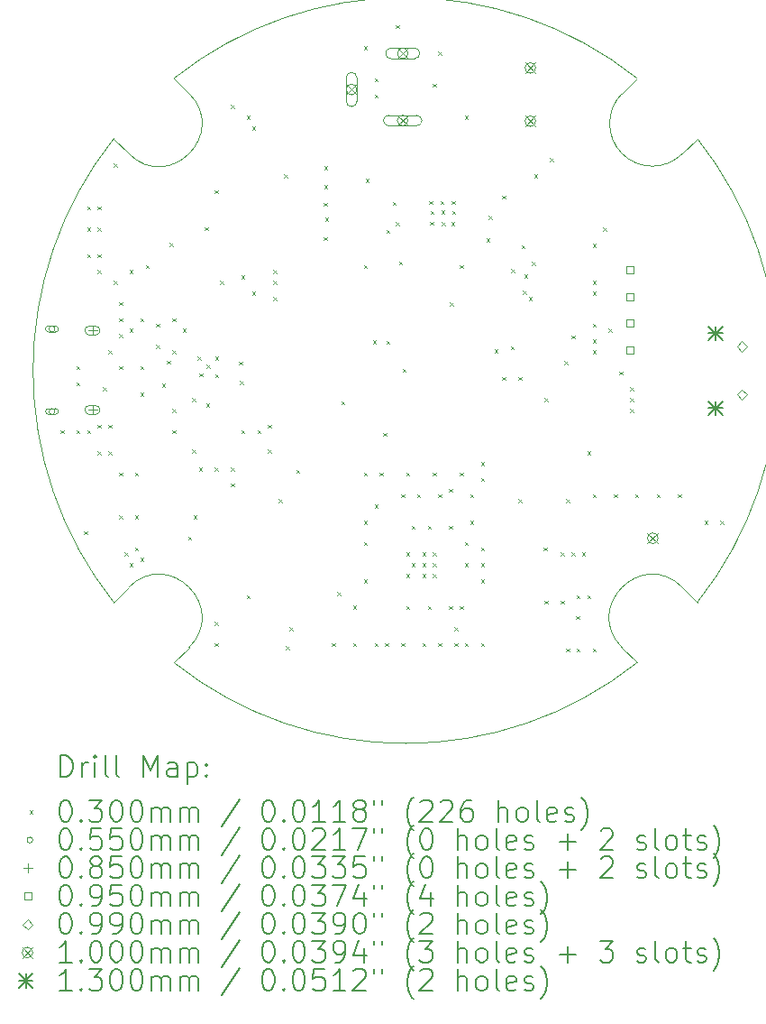
<source format=gbr>
%TF.GenerationSoftware,KiCad,Pcbnew,8.0.1*%
%TF.CreationDate,2024-06-06T10:40:47+02:00*%
%TF.ProjectId,led_strip_stand_lamp,6c65645f-7374-4726-9970-5f7374616e64,rev?*%
%TF.SameCoordinates,Original*%
%TF.FileFunction,Drillmap*%
%TF.FilePolarity,Positive*%
%FSLAX45Y45*%
G04 Gerber Fmt 4.5, Leading zero omitted, Abs format (unit mm)*
G04 Created by KiCad (PCBNEW 8.0.1) date 2024-06-06 10:40:47*
%MOMM*%
%LPD*%
G01*
G04 APERTURE LIST*
%ADD10C,0.050000*%
%ADD11C,0.200000*%
%ADD12C,0.100000*%
%ADD13C,0.130000*%
G04 APERTURE END LIST*
D10*
X-2006968Y2624230D02*
X-2148389Y2765651D01*
X2627321Y-2010476D02*
X2768743Y-2151898D01*
X-2714257Y-2151634D02*
G75*
G02*
X-2714075Y2200000I2741590J2175702D01*
G01*
X2061844Y2624021D02*
X2203266Y2765443D01*
X-2572862Y-2010268D02*
X-2714257Y-2151668D01*
X-2572654Y2058544D02*
X-2714075Y2199965D01*
X2203057Y-2717583D02*
G75*
G02*
X-2148619Y-2717401I-2175723J2741617D01*
G01*
X2061636Y-2576162D02*
X2203057Y-2717583D01*
X-2007176Y-2575954D02*
X-2148598Y-2717375D01*
X2768925Y2199736D02*
G75*
G02*
X2768743Y-2151898I-2741591J-2175702D01*
G01*
X2061636Y-2576162D02*
G75*
G02*
X2627321Y-2010476I282843J282842D01*
G01*
X-2572862Y-2010268D02*
G75*
G02*
X-2007176Y-2575953I282843J-282843D01*
G01*
X-2006968Y2624230D02*
G75*
G02*
X-2572654Y2058544I-282843J-282843D01*
G01*
X-2148389Y2765651D02*
G75*
G02*
X2203286Y2765469I2175723J-2741617D01*
G01*
X2627531Y2058334D02*
G75*
G02*
X2061844Y2624021I-282851J282836D01*
G01*
X2627530Y2058336D02*
X2768925Y2199736D01*
D11*
D12*
X-3215000Y-535000D02*
X-3185000Y-565000D01*
X-3185000Y-535000D02*
X-3215000Y-565000D01*
X-3065000Y65000D02*
X-3035000Y35000D01*
X-3035000Y65000D02*
X-3065000Y35000D01*
X-3065000Y-85000D02*
X-3035000Y-115000D01*
X-3035000Y-85000D02*
X-3065000Y-115000D01*
X-3065000Y-535000D02*
X-3035000Y-565000D01*
X-3035000Y-535000D02*
X-3065000Y-565000D01*
X-2995000Y-1483329D02*
X-2965000Y-1513329D01*
X-2965000Y-1483329D02*
X-2995000Y-1513329D01*
X-2965000Y1565000D02*
X-2935000Y1535000D01*
X-2935000Y1565000D02*
X-2965000Y1535000D01*
X-2965000Y1365000D02*
X-2935000Y1335000D01*
X-2935000Y1365000D02*
X-2965000Y1335000D01*
X-2965000Y1115000D02*
X-2935000Y1085000D01*
X-2935000Y1115000D02*
X-2965000Y1085000D01*
X-2965000Y-535000D02*
X-2935000Y-565000D01*
X-2935000Y-535000D02*
X-2965000Y-565000D01*
X-2865000Y1565000D02*
X-2835000Y1535000D01*
X-2835000Y1565000D02*
X-2865000Y1535000D01*
X-2865000Y1365000D02*
X-2835000Y1335000D01*
X-2835000Y1365000D02*
X-2865000Y1335000D01*
X-2865000Y1115000D02*
X-2835000Y1085000D01*
X-2835000Y1115000D02*
X-2865000Y1085000D01*
X-2865000Y965000D02*
X-2835000Y935000D01*
X-2835000Y965000D02*
X-2865000Y935000D01*
X-2865000Y-485000D02*
X-2835000Y-515000D01*
X-2835000Y-485000D02*
X-2865000Y-515000D01*
X-2865000Y-735000D02*
X-2835000Y-765000D01*
X-2835000Y-735000D02*
X-2865000Y-765000D01*
X-2815000Y-135000D02*
X-2785000Y-165000D01*
X-2785000Y-135000D02*
X-2815000Y-165000D01*
X-2765000Y215000D02*
X-2735000Y185000D01*
X-2735000Y215000D02*
X-2765000Y185000D01*
X-2765000Y-485000D02*
X-2735000Y-515000D01*
X-2735000Y-485000D02*
X-2765000Y-515000D01*
X-2765000Y-735000D02*
X-2735000Y-765000D01*
X-2735000Y-735000D02*
X-2765000Y-765000D01*
X-2715000Y1965000D02*
X-2685000Y1935000D01*
X-2685000Y1965000D02*
X-2715000Y1935000D01*
X-2715000Y865000D02*
X-2685000Y835000D01*
X-2685000Y865000D02*
X-2715000Y835000D01*
X-2665000Y665000D02*
X-2635000Y635000D01*
X-2635000Y665000D02*
X-2665000Y635000D01*
X-2665000Y515000D02*
X-2635000Y485000D01*
X-2635000Y515000D02*
X-2665000Y485000D01*
X-2665000Y365000D02*
X-2635000Y335000D01*
X-2635000Y365000D02*
X-2665000Y335000D01*
X-2665000Y65000D02*
X-2635000Y35000D01*
X-2635000Y65000D02*
X-2665000Y35000D01*
X-2665000Y-935000D02*
X-2635000Y-965000D01*
X-2635000Y-935000D02*
X-2665000Y-965000D01*
X-2665000Y-1335000D02*
X-2635000Y-1365000D01*
X-2635000Y-1335000D02*
X-2665000Y-1365000D01*
X-2615000Y-1685000D02*
X-2585000Y-1715000D01*
X-2585000Y-1685000D02*
X-2615000Y-1715000D01*
X-2565000Y965000D02*
X-2535000Y935000D01*
X-2535000Y965000D02*
X-2565000Y935000D01*
X-2565000Y415000D02*
X-2535000Y385000D01*
X-2535000Y415000D02*
X-2565000Y385000D01*
X-2565000Y-1785000D02*
X-2535000Y-1815000D01*
X-2535000Y-1785000D02*
X-2565000Y-1815000D01*
X-2515000Y-935000D02*
X-2485000Y-965000D01*
X-2485000Y-935000D02*
X-2515000Y-965000D01*
X-2515000Y-1335000D02*
X-2485000Y-1365000D01*
X-2485000Y-1335000D02*
X-2515000Y-1365000D01*
X-2515000Y-1635000D02*
X-2485000Y-1665000D01*
X-2485000Y-1635000D02*
X-2515000Y-1665000D01*
X-2465000Y515000D02*
X-2435000Y485000D01*
X-2435000Y515000D02*
X-2465000Y485000D01*
X-2465000Y65000D02*
X-2435000Y35000D01*
X-2435000Y65000D02*
X-2465000Y35000D01*
X-2465000Y-185000D02*
X-2435000Y-215000D01*
X-2435000Y-185000D02*
X-2465000Y-215000D01*
X-2465000Y-1735000D02*
X-2435000Y-1765000D01*
X-2435000Y-1735000D02*
X-2465000Y-1765000D01*
X-2415000Y1015000D02*
X-2385000Y985000D01*
X-2385000Y1015000D02*
X-2415000Y985000D01*
X-2315000Y465000D02*
X-2285000Y435000D01*
X-2285000Y465000D02*
X-2315000Y435000D01*
X-2315000Y265000D02*
X-2285000Y235000D01*
X-2285000Y265000D02*
X-2315000Y235000D01*
X-2261750Y-100522D02*
X-2231750Y-130522D01*
X-2231750Y-100522D02*
X-2261750Y-130522D01*
X-2215000Y115000D02*
X-2185000Y85000D01*
X-2185000Y115000D02*
X-2215000Y85000D01*
X-2189520Y1220908D02*
X-2159520Y1190908D01*
X-2159520Y1220908D02*
X-2189520Y1190908D01*
X-2165000Y515000D02*
X-2135000Y485000D01*
X-2135000Y515000D02*
X-2165000Y485000D01*
X-2165000Y215000D02*
X-2135000Y185000D01*
X-2135000Y215000D02*
X-2165000Y185000D01*
X-2165000Y-335000D02*
X-2135000Y-365000D01*
X-2135000Y-335000D02*
X-2165000Y-365000D01*
X-2165000Y-535000D02*
X-2135000Y-565000D01*
X-2135000Y-535000D02*
X-2165000Y-565000D01*
X-2065000Y415000D02*
X-2035000Y385000D01*
X-2035000Y415000D02*
X-2065000Y385000D01*
X-2015000Y-1535000D02*
X-1985000Y-1565000D01*
X-1985000Y-1535000D02*
X-2015000Y-1565000D01*
X-1977500Y-235000D02*
X-1947500Y-265000D01*
X-1947500Y-235000D02*
X-1977500Y-265000D01*
X-1977474Y-716087D02*
X-1947474Y-746087D01*
X-1947474Y-716087D02*
X-1977474Y-746087D01*
X-1965000Y-1335000D02*
X-1935000Y-1365000D01*
X-1935000Y-1335000D02*
X-1965000Y-1365000D01*
X-1924788Y152120D02*
X-1894788Y122120D01*
X-1894788Y152120D02*
X-1924788Y122120D01*
X-1915000Y-885000D02*
X-1885000Y-915000D01*
X-1885000Y-885000D02*
X-1915000Y-915000D01*
X-1911976Y-2475D02*
X-1881976Y-32475D01*
X-1881976Y-2475D02*
X-1911976Y-32475D01*
X-1860420Y1369580D02*
X-1830420Y1339580D01*
X-1830420Y1369580D02*
X-1860420Y1339580D01*
X-1845381Y-285498D02*
X-1815381Y-315498D01*
X-1815381Y-285498D02*
X-1845381Y-315498D01*
X-1841085Y77812D02*
X-1811085Y47812D01*
X-1811085Y77812D02*
X-1841085Y47812D01*
X-1765000Y1715000D02*
X-1735000Y1685000D01*
X-1735000Y1715000D02*
X-1765000Y1685000D01*
X-1765000Y-885000D02*
X-1735000Y-915000D01*
X-1735000Y-885000D02*
X-1765000Y-915000D01*
X-1765000Y-2335000D02*
X-1735000Y-2365000D01*
X-1735000Y-2335000D02*
X-1765000Y-2365000D01*
X-1765000Y-2535000D02*
X-1735000Y-2565000D01*
X-1735000Y-2535000D02*
X-1765000Y-2565000D01*
X-1762506Y-9308D02*
X-1732506Y-39308D01*
X-1732506Y-9308D02*
X-1762506Y-39308D01*
X-1759943Y152974D02*
X-1729943Y122974D01*
X-1729943Y152974D02*
X-1759943Y122974D01*
X-1715000Y865000D02*
X-1685000Y835000D01*
X-1685000Y865000D02*
X-1715000Y835000D01*
X-1615000Y2515000D02*
X-1585000Y2485000D01*
X-1585000Y2515000D02*
X-1615000Y2485000D01*
X-1615000Y-885000D02*
X-1585000Y-915000D01*
X-1585000Y-885000D02*
X-1615000Y-915000D01*
X-1615000Y-1035000D02*
X-1585000Y-1065000D01*
X-1585000Y-1035000D02*
X-1615000Y-1065000D01*
X-1539580Y109211D02*
X-1509580Y79212D01*
X-1509580Y109211D02*
X-1539580Y79212D01*
X-1530730Y-72518D02*
X-1500730Y-102518D01*
X-1500730Y-72518D02*
X-1530730Y-102518D01*
X-1515000Y915000D02*
X-1485000Y885000D01*
X-1485000Y915000D02*
X-1515000Y885000D01*
X-1515000Y-535000D02*
X-1485000Y-565000D01*
X-1485000Y-535000D02*
X-1515000Y-565000D01*
X-1465000Y2415000D02*
X-1435000Y2385000D01*
X-1435000Y2415000D02*
X-1465000Y2385000D01*
X-1465000Y-2085000D02*
X-1435000Y-2115000D01*
X-1435000Y-2085000D02*
X-1465000Y-2115000D01*
X-1415000Y2315000D02*
X-1385000Y2285000D01*
X-1385000Y2315000D02*
X-1415000Y2285000D01*
X-1415000Y765000D02*
X-1385000Y735000D01*
X-1385000Y765000D02*
X-1415000Y735000D01*
X-1365000Y-535000D02*
X-1335000Y-565000D01*
X-1335000Y-535000D02*
X-1365000Y-565000D01*
X-1265000Y-485000D02*
X-1235000Y-515000D01*
X-1235000Y-485000D02*
X-1265000Y-515000D01*
X-1264396Y-718703D02*
X-1234396Y-748703D01*
X-1234396Y-718703D02*
X-1264396Y-748703D01*
X-1215000Y965000D02*
X-1185000Y935000D01*
X-1185000Y965000D02*
X-1215000Y935000D01*
X-1215000Y865000D02*
X-1185000Y835000D01*
X-1185000Y865000D02*
X-1215000Y835000D01*
X-1215000Y715000D02*
X-1185000Y685000D01*
X-1185000Y715000D02*
X-1215000Y685000D01*
X-1165000Y-1185000D02*
X-1135000Y-1215000D01*
X-1135000Y-1185000D02*
X-1165000Y-1215000D01*
X-1115000Y1865000D02*
X-1085000Y1835000D01*
X-1085000Y1865000D02*
X-1115000Y1835000D01*
X-1096275Y-2563154D02*
X-1066275Y-2593154D01*
X-1066275Y-2563154D02*
X-1096275Y-2593154D01*
X-1065000Y-2385000D02*
X-1035000Y-2415000D01*
X-1035000Y-2385000D02*
X-1065000Y-2415000D01*
X-1000966Y-909653D02*
X-970966Y-939653D01*
X-970966Y-909653D02*
X-1000966Y-939653D01*
X-743137Y1276937D02*
X-713137Y1246937D01*
X-713137Y1276937D02*
X-743137Y1246937D01*
X-742351Y1597496D02*
X-712351Y1567496D01*
X-712351Y1597496D02*
X-742351Y1567496D01*
X-737666Y1764080D02*
X-707666Y1734080D01*
X-707666Y1764080D02*
X-737666Y1734080D01*
X-736814Y1940580D02*
X-706814Y1910580D01*
X-706814Y1940580D02*
X-736814Y1910580D01*
X-727632Y1458179D02*
X-697632Y1428179D01*
X-697632Y1458179D02*
X-727632Y1428179D01*
X-665000Y-2535000D02*
X-635000Y-2565000D01*
X-635000Y-2535000D02*
X-665000Y-2565000D01*
X-613010Y-2054184D02*
X-583010Y-2084184D01*
X-583010Y-2054184D02*
X-613010Y-2084184D01*
X-576219Y-264192D02*
X-546219Y-294192D01*
X-546219Y-264192D02*
X-576219Y-294192D01*
X-465000Y-2535000D02*
X-435000Y-2565000D01*
X-435000Y-2535000D02*
X-465000Y-2565000D01*
X-465000Y-2181191D02*
X-435000Y-2211191D01*
X-435000Y-2181191D02*
X-465000Y-2211191D01*
X-365000Y3065000D02*
X-335000Y3035000D01*
X-335000Y3065000D02*
X-365000Y3035000D01*
X-365000Y1015000D02*
X-335000Y985000D01*
X-335000Y1015000D02*
X-365000Y985000D01*
X-365000Y-935000D02*
X-335000Y-965000D01*
X-335000Y-935000D02*
X-365000Y-965000D01*
X-365000Y-1385000D02*
X-335000Y-1415000D01*
X-335000Y-1385000D02*
X-365000Y-1415000D01*
X-365000Y-1585000D02*
X-335000Y-1615000D01*
X-335000Y-1585000D02*
X-365000Y-1615000D01*
X-365000Y-1935000D02*
X-335000Y-1965000D01*
X-335000Y-1935000D02*
X-365000Y-1965000D01*
X-347496Y1821499D02*
X-317496Y1791499D01*
X-317496Y1821499D02*
X-347496Y1791499D01*
X-280894Y307042D02*
X-250894Y277042D01*
X-250894Y307042D02*
X-280894Y277042D01*
X-265000Y2765000D02*
X-235000Y2735000D01*
X-235000Y2765000D02*
X-265000Y2735000D01*
X-265000Y2615000D02*
X-235000Y2585000D01*
X-235000Y2615000D02*
X-265000Y2585000D01*
X-265000Y-1235000D02*
X-235000Y-1265000D01*
X-235000Y-1235000D02*
X-265000Y-1265000D01*
X-265000Y-2535000D02*
X-235000Y-2565000D01*
X-235000Y-2535000D02*
X-265000Y-2565000D01*
X-215000Y-935000D02*
X-185000Y-965000D01*
X-185000Y-935000D02*
X-215000Y-965000D01*
X-183078Y-559989D02*
X-153078Y-589989D01*
X-153078Y-559989D02*
X-183078Y-589989D01*
X-165000Y-2535000D02*
X-135000Y-2565000D01*
X-135000Y-2535000D02*
X-165000Y-2565000D01*
X-153676Y1344559D02*
X-123676Y1314559D01*
X-123676Y1344559D02*
X-153676Y1314559D01*
X-153676Y1344559D02*
X-123676Y1314559D01*
X-123676Y1344559D02*
X-153676Y1314559D01*
X-153631Y303654D02*
X-123631Y273654D01*
X-123631Y303654D02*
X-153631Y273654D01*
X-94938Y1605905D02*
X-64938Y1575905D01*
X-64938Y1605905D02*
X-94938Y1575905D01*
X-65000Y3265000D02*
X-35000Y3235000D01*
X-35000Y3265000D02*
X-65000Y3235000D01*
X-65000Y1415000D02*
X-35000Y1385000D01*
X-35000Y1415000D02*
X-65000Y1385000D01*
X-35171Y1047764D02*
X-5171Y1017764D01*
X-5171Y1047764D02*
X-35171Y1017764D01*
X-15000Y-1135000D02*
X15000Y-1165000D01*
X15000Y-1135000D02*
X-15000Y-1165000D01*
X-15000Y-2535000D02*
X15000Y-2565000D01*
X15000Y-2535000D02*
X-15000Y-2565000D01*
X-879Y38328D02*
X29121Y8328D01*
X29121Y38328D02*
X-879Y8328D01*
X35000Y-935000D02*
X65000Y-965000D01*
X65000Y-935000D02*
X35000Y-965000D01*
X35000Y-1685000D02*
X65000Y-1715000D01*
X65000Y-1685000D02*
X35000Y-1715000D01*
X35000Y-1885000D02*
X65000Y-1915000D01*
X65000Y-1885000D02*
X35000Y-1915000D01*
X35000Y-2185000D02*
X65000Y-2215000D01*
X65000Y-2185000D02*
X35000Y-2215000D01*
X85000Y-1435000D02*
X115000Y-1465000D01*
X115000Y-1435000D02*
X85000Y-1465000D01*
X85000Y-1785000D02*
X115000Y-1815000D01*
X115000Y-1785000D02*
X85000Y-1815000D01*
X135000Y-1135000D02*
X165000Y-1165000D01*
X165000Y-1135000D02*
X135000Y-1165000D01*
X185000Y-1685000D02*
X215000Y-1715000D01*
X215000Y-1685000D02*
X185000Y-1715000D01*
X185000Y-1785000D02*
X215000Y-1815000D01*
X215000Y-1785000D02*
X185000Y-1815000D01*
X185000Y-1885000D02*
X215000Y-1915000D01*
X215000Y-1885000D02*
X185000Y-1915000D01*
X185000Y-2535000D02*
X215000Y-2565000D01*
X215000Y-2535000D02*
X185000Y-2565000D01*
X235000Y-1435000D02*
X265000Y-1465000D01*
X265000Y-1435000D02*
X235000Y-1465000D01*
X235000Y-2185000D02*
X265000Y-2215000D01*
X265000Y-2185000D02*
X235000Y-2215000D01*
X250228Y1613242D02*
X280228Y1583242D01*
X280228Y1613242D02*
X250228Y1583242D01*
X256623Y1421395D02*
X286623Y1391395D01*
X286623Y1421395D02*
X256623Y1391395D01*
X261739Y1522434D02*
X291739Y1492434D01*
X291739Y1522434D02*
X261739Y1492434D01*
X285000Y2715000D02*
X315000Y2685000D01*
X315000Y2715000D02*
X285000Y2685000D01*
X285000Y-935000D02*
X315000Y-965000D01*
X315000Y-935000D02*
X285000Y-965000D01*
X285000Y-1685000D02*
X315000Y-1715000D01*
X315000Y-1685000D02*
X285000Y-1715000D01*
X285000Y-1785000D02*
X315000Y-1815000D01*
X315000Y-1785000D02*
X285000Y-1815000D01*
X285000Y-1885000D02*
X315000Y-1915000D01*
X315000Y-1885000D02*
X285000Y-1915000D01*
X335000Y3015000D02*
X365000Y2985000D01*
X365000Y3015000D02*
X335000Y2985000D01*
X335000Y-1135000D02*
X365000Y-1165000D01*
X365000Y-1135000D02*
X335000Y-1165000D01*
X335000Y-2535000D02*
X365000Y-2565000D01*
X365000Y-2535000D02*
X335000Y-2565000D01*
X356383Y1614521D02*
X386383Y1584521D01*
X386383Y1614521D02*
X356383Y1584521D01*
X364057Y1523713D02*
X394057Y1493713D01*
X394057Y1523713D02*
X364057Y1493713D01*
X369173Y1417558D02*
X399173Y1387558D01*
X399173Y1417558D02*
X369173Y1387558D01*
X435000Y-1085000D02*
X465000Y-1115000D01*
X465000Y-1085000D02*
X435000Y-1115000D01*
X435000Y-1435000D02*
X465000Y-1465000D01*
X465000Y-1435000D02*
X435000Y-1465000D01*
X435000Y-2185000D02*
X465000Y-2215000D01*
X465000Y-2185000D02*
X435000Y-2215000D01*
X443164Y664306D02*
X473164Y634306D01*
X473164Y664306D02*
X443164Y634306D01*
X454865Y1415000D02*
X484865Y1385000D01*
X484865Y1415000D02*
X454865Y1385000D01*
X458702Y1613242D02*
X488702Y1583242D01*
X488702Y1613242D02*
X458702Y1583242D01*
X465097Y1519876D02*
X495097Y1489876D01*
X495097Y1519876D02*
X465097Y1489876D01*
X485000Y-2385000D02*
X515000Y-2415000D01*
X515000Y-2385000D02*
X485000Y-2415000D01*
X485000Y-2535000D02*
X515000Y-2565000D01*
X515000Y-2535000D02*
X485000Y-2565000D01*
X535000Y1015000D02*
X565000Y985000D01*
X565000Y1015000D02*
X535000Y985000D01*
X535000Y-935000D02*
X565000Y-965000D01*
X565000Y-935000D02*
X535000Y-965000D01*
X535000Y-2185000D02*
X565000Y-2215000D01*
X565000Y-2185000D02*
X535000Y-2215000D01*
X585000Y2415000D02*
X615000Y2385000D01*
X615000Y2415000D02*
X585000Y2385000D01*
X585000Y-1585000D02*
X615000Y-1615000D01*
X615000Y-1585000D02*
X585000Y-1615000D01*
X585000Y-1785000D02*
X615000Y-1815000D01*
X615000Y-1785000D02*
X585000Y-1815000D01*
X585000Y-2535000D02*
X615000Y-2565000D01*
X615000Y-2535000D02*
X585000Y-2565000D01*
X635000Y-1135000D02*
X665000Y-1165000D01*
X665000Y-1135000D02*
X635000Y-1165000D01*
X635000Y-1385000D02*
X665000Y-1415000D01*
X665000Y-1385000D02*
X635000Y-1415000D01*
X735000Y-835000D02*
X765000Y-865000D01*
X765000Y-835000D02*
X735000Y-865000D01*
X735000Y-985000D02*
X765000Y-1015000D01*
X765000Y-985000D02*
X735000Y-1015000D01*
X735000Y-1635000D02*
X765000Y-1665000D01*
X765000Y-1635000D02*
X735000Y-1665000D01*
X735000Y-1785000D02*
X765000Y-1815000D01*
X765000Y-1785000D02*
X735000Y-1815000D01*
X735000Y-1935000D02*
X765000Y-1965000D01*
X765000Y-1935000D02*
X735000Y-1965000D01*
X735000Y-2535000D02*
X765000Y-2565000D01*
X765000Y-2535000D02*
X735000Y-2565000D01*
X785000Y1265000D02*
X815000Y1235000D01*
X815000Y1265000D02*
X785000Y1235000D01*
X806452Y1474853D02*
X836452Y1444853D01*
X836452Y1474853D02*
X806452Y1444853D01*
X862629Y221246D02*
X892629Y191246D01*
X892629Y221246D02*
X862629Y191246D01*
X935000Y1665000D02*
X965000Y1635000D01*
X965000Y1665000D02*
X935000Y1635000D01*
X935000Y-35000D02*
X965000Y-65000D01*
X965000Y-35000D02*
X935000Y-65000D01*
X1013684Y250505D02*
X1043684Y220505D01*
X1043684Y250505D02*
X1013684Y220505D01*
X1017947Y974072D02*
X1047947Y944072D01*
X1047947Y974072D02*
X1017947Y944072D01*
X1085000Y-35000D02*
X1115000Y-65000D01*
X1115000Y-35000D02*
X1085000Y-65000D01*
X1085000Y-1185000D02*
X1115000Y-1215000D01*
X1115000Y-1185000D02*
X1085000Y-1215000D01*
X1118191Y1199739D02*
X1148191Y1169739D01*
X1148191Y1199739D02*
X1118191Y1169739D01*
X1128431Y771569D02*
X1158431Y741569D01*
X1158431Y771569D02*
X1128431Y741569D01*
X1141724Y926312D02*
X1171724Y896312D01*
X1171724Y926312D02*
X1141724Y896312D01*
X1185000Y715000D02*
X1215000Y685000D01*
X1215000Y715000D02*
X1185000Y685000D01*
X1212400Y1042400D02*
X1242400Y1012400D01*
X1242400Y1042400D02*
X1212400Y1012400D01*
X1235000Y1865000D02*
X1265000Y1835000D01*
X1265000Y1865000D02*
X1235000Y1835000D01*
X1323537Y-1637869D02*
X1353537Y-1667869D01*
X1353537Y-1637869D02*
X1323537Y-1667869D01*
X1334424Y-237039D02*
X1364424Y-267039D01*
X1364424Y-237039D02*
X1334424Y-267039D01*
X1335000Y-2135000D02*
X1365000Y-2165000D01*
X1365000Y-2135000D02*
X1335000Y-2165000D01*
X1385000Y2015000D02*
X1415000Y1985000D01*
X1415000Y2015000D02*
X1385000Y1985000D01*
X1485000Y-1685000D02*
X1515000Y-1715000D01*
X1515000Y-1685000D02*
X1485000Y-1715000D01*
X1485000Y-2135000D02*
X1515000Y-2165000D01*
X1515000Y-2135000D02*
X1485000Y-2165000D01*
X1520195Y112722D02*
X1550195Y82722D01*
X1550195Y112722D02*
X1520195Y82722D01*
X1535000Y-1185000D02*
X1565000Y-1215000D01*
X1565000Y-1185000D02*
X1535000Y-1215000D01*
X1535000Y-2585000D02*
X1565000Y-2615000D01*
X1565000Y-2585000D02*
X1535000Y-2615000D01*
X1585000Y354336D02*
X1615000Y324336D01*
X1615000Y354336D02*
X1585000Y324336D01*
X1585000Y-1685000D02*
X1615000Y-1715000D01*
X1615000Y-1685000D02*
X1585000Y-1715000D01*
X1628417Y-2279893D02*
X1658417Y-2309893D01*
X1658417Y-2279893D02*
X1628417Y-2309893D01*
X1635000Y-2085000D02*
X1665000Y-2115000D01*
X1665000Y-2085000D02*
X1635000Y-2115000D01*
X1635000Y-2585000D02*
X1665000Y-2615000D01*
X1665000Y-2585000D02*
X1635000Y-2615000D01*
X1685000Y-1685000D02*
X1715000Y-1715000D01*
X1715000Y-1685000D02*
X1685000Y-1715000D01*
X1735000Y-735000D02*
X1765000Y-765000D01*
X1765000Y-735000D02*
X1735000Y-765000D01*
X1735000Y-2085000D02*
X1765000Y-2115000D01*
X1765000Y-2085000D02*
X1735000Y-2115000D01*
X1785000Y1215000D02*
X1815000Y1185000D01*
X1815000Y1215000D02*
X1785000Y1185000D01*
X1785000Y865000D02*
X1815000Y835000D01*
X1815000Y865000D02*
X1785000Y835000D01*
X1785000Y765000D02*
X1815000Y735000D01*
X1815000Y765000D02*
X1785000Y735000D01*
X1785000Y465000D02*
X1815000Y435000D01*
X1815000Y465000D02*
X1785000Y435000D01*
X1785000Y315000D02*
X1815000Y285000D01*
X1815000Y315000D02*
X1785000Y285000D01*
X1785000Y215000D02*
X1815000Y185000D01*
X1815000Y215000D02*
X1785000Y185000D01*
X1785000Y-1135000D02*
X1815000Y-1165000D01*
X1815000Y-1135000D02*
X1785000Y-1165000D01*
X1785000Y-2585000D02*
X1815000Y-2615000D01*
X1815000Y-2585000D02*
X1785000Y-2615000D01*
X1885000Y1365000D02*
X1915000Y1335000D01*
X1915000Y1365000D02*
X1885000Y1335000D01*
X1935000Y415000D02*
X1965000Y385000D01*
X1965000Y415000D02*
X1935000Y385000D01*
X1985000Y-1135000D02*
X2015000Y-1165000D01*
X2015000Y-1135000D02*
X1985000Y-1165000D01*
X2035000Y15000D02*
X2065000Y-15000D01*
X2065000Y15000D02*
X2035000Y-15000D01*
X2135000Y-135000D02*
X2165000Y-165000D01*
X2165000Y-135000D02*
X2135000Y-165000D01*
X2135000Y-235000D02*
X2165000Y-265000D01*
X2165000Y-235000D02*
X2135000Y-265000D01*
X2135000Y-335000D02*
X2165000Y-365000D01*
X2165000Y-335000D02*
X2135000Y-365000D01*
X2185000Y-1135000D02*
X2215000Y-1165000D01*
X2215000Y-1135000D02*
X2185000Y-1165000D01*
X2385000Y-1135000D02*
X2415000Y-1165000D01*
X2415000Y-1135000D02*
X2385000Y-1165000D01*
X2585000Y-1135000D02*
X2615000Y-1165000D01*
X2615000Y-1135000D02*
X2585000Y-1165000D01*
X2835000Y-1385000D02*
X2865000Y-1415000D01*
X2865000Y-1385000D02*
X2835000Y-1415000D01*
X2985000Y-1385000D02*
X3015000Y-1415000D01*
X3015000Y-1385000D02*
X2985000Y-1415000D01*
X-3267500Y413703D02*
G75*
G02*
X-3322500Y413703I-27500J0D01*
G01*
X-3322500Y413703D02*
G75*
G02*
X-3267500Y413703I27500J0D01*
G01*
X-3262500Y441203D02*
X-3327500Y441203D01*
X-3327500Y386203D02*
G75*
G02*
X-3327500Y441203I0J27500D01*
G01*
X-3327500Y386203D02*
X-3262500Y386203D01*
X-3262500Y386203D02*
G75*
G03*
X-3262500Y441203I0J27500D01*
G01*
X-3267500Y-361297D02*
G75*
G02*
X-3322500Y-361297I-27500J0D01*
G01*
X-3322500Y-361297D02*
G75*
G02*
X-3267500Y-361297I27500J0D01*
G01*
X-3262500Y-333797D02*
X-3327500Y-333797D01*
X-3327500Y-388797D02*
G75*
G02*
X-3327500Y-333797I0J27500D01*
G01*
X-3327500Y-388797D02*
X-3262500Y-388797D01*
X-3262500Y-388797D02*
G75*
G03*
X-3262500Y-333797I0J27500D01*
G01*
X-2915000Y441203D02*
X-2915000Y356203D01*
X-2957500Y398703D02*
X-2872500Y398703D01*
X-2887500Y441203D02*
X-2942500Y441203D01*
X-2942500Y356203D02*
G75*
G02*
X-2942500Y441203I0J42500D01*
G01*
X-2942500Y356203D02*
X-2887500Y356203D01*
X-2887500Y356203D02*
G75*
G03*
X-2887500Y441203I0J42500D01*
G01*
X-2915000Y-303797D02*
X-2915000Y-388797D01*
X-2957500Y-346297D02*
X-2872500Y-346297D01*
X-2887500Y-303797D02*
X-2942500Y-303797D01*
X-2942500Y-388797D02*
G75*
G02*
X-2942500Y-303797I0J42500D01*
G01*
X-2942500Y-388797D02*
X-2887500Y-388797D01*
X-2887500Y-388797D02*
G75*
G03*
X-2887500Y-303797I0J42500D01*
G01*
X2166971Y933177D02*
X2166971Y1000353D01*
X2099795Y1000353D01*
X2099795Y933177D01*
X2166971Y933177D01*
X2166971Y683177D02*
X2166971Y750353D01*
X2099795Y750353D01*
X2099795Y683177D01*
X2166971Y683177D01*
X2166971Y433177D02*
X2166971Y500353D01*
X2099795Y500353D01*
X2099795Y433177D01*
X2166971Y433177D01*
X2166971Y183177D02*
X2166971Y250353D01*
X2099795Y250353D01*
X2099795Y183177D01*
X2166971Y183177D01*
X3188646Y198089D02*
X3238146Y247589D01*
X3188646Y297089D01*
X3139146Y247589D01*
X3188646Y198089D01*
X3188646Y-251911D02*
X3238146Y-202411D01*
X3188646Y-152911D01*
X3139146Y-202411D01*
X3188646Y-251911D01*
X-530000Y2710000D02*
X-430000Y2610000D01*
X-430000Y2710000D02*
X-530000Y2610000D01*
X-430000Y2660000D02*
G75*
G02*
X-530000Y2660000I-50000J0D01*
G01*
X-530000Y2660000D02*
G75*
G02*
X-430000Y2660000I50000J0D01*
G01*
X-430000Y2550000D02*
X-430000Y2770000D01*
X-530000Y2770000D02*
G75*
G02*
X-430000Y2770000I50000J0D01*
G01*
X-530000Y2770000D02*
X-530000Y2550000D01*
X-530000Y2550000D02*
G75*
G03*
X-430000Y2550000I50000J0D01*
G01*
X-50000Y3050000D02*
X50000Y2950000D01*
X50000Y3050000D02*
X-50000Y2950000D01*
X50000Y3000000D02*
G75*
G02*
X-50000Y3000000I-50000J0D01*
G01*
X-50000Y3000000D02*
G75*
G02*
X50000Y3000000I50000J0D01*
G01*
X110000Y3050000D02*
X-110000Y3050000D01*
X-110000Y2950000D02*
G75*
G02*
X-110000Y3050000I0J50000D01*
G01*
X-110000Y2950000D02*
X110000Y2950000D01*
X110000Y2950000D02*
G75*
G03*
X110000Y3050000I0J50000D01*
G01*
X-50000Y2420000D02*
X50000Y2320000D01*
X50000Y2420000D02*
X-50000Y2320000D01*
X50000Y2370000D02*
G75*
G02*
X-50000Y2370000I-50000J0D01*
G01*
X-50000Y2370000D02*
G75*
G02*
X50000Y2370000I50000J0D01*
G01*
X130000Y2420000D02*
X-130000Y2420000D01*
X-130000Y2320000D02*
G75*
G02*
X-130000Y2420000I0J50000D01*
G01*
X-130000Y2320000D02*
X130000Y2320000D01*
X130000Y2320000D02*
G75*
G03*
X130000Y2420000I0J50000D01*
G01*
X1150000Y2913232D02*
X1250000Y2813232D01*
X1250000Y2913232D02*
X1150000Y2813232D01*
X1250000Y2863232D02*
G75*
G02*
X1150000Y2863232I-50000J0D01*
G01*
X1150000Y2863232D02*
G75*
G02*
X1250000Y2863232I50000J0D01*
G01*
X1150000Y2413232D02*
X1250000Y2313232D01*
X1250000Y2413232D02*
X1150000Y2313232D01*
X1250000Y2363232D02*
G75*
G02*
X1150000Y2363232I-50000J0D01*
G01*
X1150000Y2363232D02*
G75*
G02*
X1250000Y2363232I50000J0D01*
G01*
X2300000Y-1500000D02*
X2400000Y-1600000D01*
X2400000Y-1500000D02*
X2300000Y-1600000D01*
X2400000Y-1550000D02*
G75*
G02*
X2300000Y-1550000I-50000J0D01*
G01*
X2300000Y-1550000D02*
G75*
G02*
X2400000Y-1550000I50000J0D01*
G01*
D13*
X2874646Y437589D02*
X3004646Y307589D01*
X3004646Y437589D02*
X2874646Y307589D01*
X2939646Y437589D02*
X2939646Y307589D01*
X2874646Y372589D02*
X3004646Y372589D01*
X2874646Y-263411D02*
X3004646Y-393411D01*
X3004646Y-263411D02*
X2874646Y-393411D01*
X2939646Y-263411D02*
X2939646Y-393411D01*
X2874646Y-328411D02*
X3004646Y-328411D01*
D11*
X-3214389Y-3789983D02*
X-3214389Y-3589983D01*
X-3214389Y-3589983D02*
X-3166770Y-3589983D01*
X-3166770Y-3589983D02*
X-3138199Y-3599507D01*
X-3138199Y-3599507D02*
X-3119151Y-3618555D01*
X-3119151Y-3618555D02*
X-3109627Y-3637602D01*
X-3109627Y-3637602D02*
X-3100103Y-3675697D01*
X-3100103Y-3675697D02*
X-3100103Y-3704269D01*
X-3100103Y-3704269D02*
X-3109627Y-3742364D01*
X-3109627Y-3742364D02*
X-3119151Y-3761412D01*
X-3119151Y-3761412D02*
X-3138199Y-3780459D01*
X-3138199Y-3780459D02*
X-3166770Y-3789983D01*
X-3166770Y-3789983D02*
X-3214389Y-3789983D01*
X-3014389Y-3789983D02*
X-3014389Y-3656650D01*
X-3014389Y-3694745D02*
X-3004865Y-3675697D01*
X-3004865Y-3675697D02*
X-2995341Y-3666174D01*
X-2995341Y-3666174D02*
X-2976294Y-3656650D01*
X-2976294Y-3656650D02*
X-2957246Y-3656650D01*
X-2890580Y-3789983D02*
X-2890580Y-3656650D01*
X-2890580Y-3589983D02*
X-2900103Y-3599507D01*
X-2900103Y-3599507D02*
X-2890580Y-3609031D01*
X-2890580Y-3609031D02*
X-2881056Y-3599507D01*
X-2881056Y-3599507D02*
X-2890580Y-3589983D01*
X-2890580Y-3589983D02*
X-2890580Y-3609031D01*
X-2766770Y-3789983D02*
X-2785818Y-3780459D01*
X-2785818Y-3780459D02*
X-2795342Y-3761412D01*
X-2795342Y-3761412D02*
X-2795342Y-3589983D01*
X-2662008Y-3789983D02*
X-2681056Y-3780459D01*
X-2681056Y-3780459D02*
X-2690580Y-3761412D01*
X-2690580Y-3761412D02*
X-2690580Y-3589983D01*
X-2433437Y-3789983D02*
X-2433437Y-3589983D01*
X-2433437Y-3589983D02*
X-2366770Y-3732840D01*
X-2366770Y-3732840D02*
X-2300103Y-3589983D01*
X-2300103Y-3589983D02*
X-2300103Y-3789983D01*
X-2119151Y-3789983D02*
X-2119151Y-3685221D01*
X-2119151Y-3685221D02*
X-2128675Y-3666174D01*
X-2128675Y-3666174D02*
X-2147722Y-3656650D01*
X-2147722Y-3656650D02*
X-2185818Y-3656650D01*
X-2185818Y-3656650D02*
X-2204865Y-3666174D01*
X-2119151Y-3780459D02*
X-2138199Y-3789983D01*
X-2138199Y-3789983D02*
X-2185818Y-3789983D01*
X-2185818Y-3789983D02*
X-2204865Y-3780459D01*
X-2204865Y-3780459D02*
X-2214389Y-3761412D01*
X-2214389Y-3761412D02*
X-2214389Y-3742364D01*
X-2214389Y-3742364D02*
X-2204865Y-3723317D01*
X-2204865Y-3723317D02*
X-2185818Y-3713793D01*
X-2185818Y-3713793D02*
X-2138199Y-3713793D01*
X-2138199Y-3713793D02*
X-2119151Y-3704269D01*
X-2023913Y-3656650D02*
X-2023913Y-3856650D01*
X-2023913Y-3666174D02*
X-2004865Y-3656650D01*
X-2004865Y-3656650D02*
X-1966770Y-3656650D01*
X-1966770Y-3656650D02*
X-1947722Y-3666174D01*
X-1947722Y-3666174D02*
X-1938199Y-3675697D01*
X-1938199Y-3675697D02*
X-1928675Y-3694745D01*
X-1928675Y-3694745D02*
X-1928675Y-3751888D01*
X-1928675Y-3751888D02*
X-1938199Y-3770936D01*
X-1938199Y-3770936D02*
X-1947722Y-3780459D01*
X-1947722Y-3780459D02*
X-1966770Y-3789983D01*
X-1966770Y-3789983D02*
X-2004865Y-3789983D01*
X-2004865Y-3789983D02*
X-2023913Y-3780459D01*
X-1842960Y-3770936D02*
X-1833437Y-3780459D01*
X-1833437Y-3780459D02*
X-1842960Y-3789983D01*
X-1842960Y-3789983D02*
X-1852484Y-3780459D01*
X-1852484Y-3780459D02*
X-1842960Y-3770936D01*
X-1842960Y-3770936D02*
X-1842960Y-3789983D01*
X-1842960Y-3666174D02*
X-1833437Y-3675697D01*
X-1833437Y-3675697D02*
X-1842960Y-3685221D01*
X-1842960Y-3685221D02*
X-1852484Y-3675697D01*
X-1852484Y-3675697D02*
X-1842960Y-3666174D01*
X-1842960Y-3666174D02*
X-1842960Y-3685221D01*
D12*
X-3505166Y-4103499D02*
X-3475166Y-4133499D01*
X-3475166Y-4103499D02*
X-3505166Y-4133499D01*
D11*
X-3176294Y-4009983D02*
X-3157246Y-4009983D01*
X-3157246Y-4009983D02*
X-3138199Y-4019507D01*
X-3138199Y-4019507D02*
X-3128675Y-4029031D01*
X-3128675Y-4029031D02*
X-3119151Y-4048078D01*
X-3119151Y-4048078D02*
X-3109627Y-4086174D01*
X-3109627Y-4086174D02*
X-3109627Y-4133793D01*
X-3109627Y-4133793D02*
X-3119151Y-4171888D01*
X-3119151Y-4171888D02*
X-3128675Y-4190936D01*
X-3128675Y-4190936D02*
X-3138199Y-4200460D01*
X-3138199Y-4200460D02*
X-3157246Y-4209983D01*
X-3157246Y-4209983D02*
X-3176294Y-4209983D01*
X-3176294Y-4209983D02*
X-3195341Y-4200460D01*
X-3195341Y-4200460D02*
X-3204865Y-4190936D01*
X-3204865Y-4190936D02*
X-3214389Y-4171888D01*
X-3214389Y-4171888D02*
X-3223913Y-4133793D01*
X-3223913Y-4133793D02*
X-3223913Y-4086174D01*
X-3223913Y-4086174D02*
X-3214389Y-4048078D01*
X-3214389Y-4048078D02*
X-3204865Y-4029031D01*
X-3204865Y-4029031D02*
X-3195341Y-4019507D01*
X-3195341Y-4019507D02*
X-3176294Y-4009983D01*
X-3023913Y-4190936D02*
X-3014389Y-4200460D01*
X-3014389Y-4200460D02*
X-3023913Y-4209983D01*
X-3023913Y-4209983D02*
X-3033437Y-4200460D01*
X-3033437Y-4200460D02*
X-3023913Y-4190936D01*
X-3023913Y-4190936D02*
X-3023913Y-4209983D01*
X-2947722Y-4009983D02*
X-2823913Y-4009983D01*
X-2823913Y-4009983D02*
X-2890580Y-4086174D01*
X-2890580Y-4086174D02*
X-2862008Y-4086174D01*
X-2862008Y-4086174D02*
X-2842960Y-4095697D01*
X-2842960Y-4095697D02*
X-2833437Y-4105221D01*
X-2833437Y-4105221D02*
X-2823913Y-4124269D01*
X-2823913Y-4124269D02*
X-2823913Y-4171888D01*
X-2823913Y-4171888D02*
X-2833437Y-4190936D01*
X-2833437Y-4190936D02*
X-2842960Y-4200460D01*
X-2842960Y-4200460D02*
X-2862008Y-4209983D01*
X-2862008Y-4209983D02*
X-2919151Y-4209983D01*
X-2919151Y-4209983D02*
X-2938199Y-4200460D01*
X-2938199Y-4200460D02*
X-2947722Y-4190936D01*
X-2700103Y-4009983D02*
X-2681056Y-4009983D01*
X-2681056Y-4009983D02*
X-2662008Y-4019507D01*
X-2662008Y-4019507D02*
X-2652484Y-4029031D01*
X-2652484Y-4029031D02*
X-2642961Y-4048078D01*
X-2642961Y-4048078D02*
X-2633437Y-4086174D01*
X-2633437Y-4086174D02*
X-2633437Y-4133793D01*
X-2633437Y-4133793D02*
X-2642961Y-4171888D01*
X-2642961Y-4171888D02*
X-2652484Y-4190936D01*
X-2652484Y-4190936D02*
X-2662008Y-4200460D01*
X-2662008Y-4200460D02*
X-2681056Y-4209983D01*
X-2681056Y-4209983D02*
X-2700103Y-4209983D01*
X-2700103Y-4209983D02*
X-2719151Y-4200460D01*
X-2719151Y-4200460D02*
X-2728675Y-4190936D01*
X-2728675Y-4190936D02*
X-2738199Y-4171888D01*
X-2738199Y-4171888D02*
X-2747722Y-4133793D01*
X-2747722Y-4133793D02*
X-2747722Y-4086174D01*
X-2747722Y-4086174D02*
X-2738199Y-4048078D01*
X-2738199Y-4048078D02*
X-2728675Y-4029031D01*
X-2728675Y-4029031D02*
X-2719151Y-4019507D01*
X-2719151Y-4019507D02*
X-2700103Y-4009983D01*
X-2509627Y-4009983D02*
X-2490580Y-4009983D01*
X-2490580Y-4009983D02*
X-2471532Y-4019507D01*
X-2471532Y-4019507D02*
X-2462008Y-4029031D01*
X-2462008Y-4029031D02*
X-2452484Y-4048078D01*
X-2452484Y-4048078D02*
X-2442961Y-4086174D01*
X-2442961Y-4086174D02*
X-2442961Y-4133793D01*
X-2442961Y-4133793D02*
X-2452484Y-4171888D01*
X-2452484Y-4171888D02*
X-2462008Y-4190936D01*
X-2462008Y-4190936D02*
X-2471532Y-4200460D01*
X-2471532Y-4200460D02*
X-2490580Y-4209983D01*
X-2490580Y-4209983D02*
X-2509627Y-4209983D01*
X-2509627Y-4209983D02*
X-2528675Y-4200460D01*
X-2528675Y-4200460D02*
X-2538199Y-4190936D01*
X-2538199Y-4190936D02*
X-2547722Y-4171888D01*
X-2547722Y-4171888D02*
X-2557246Y-4133793D01*
X-2557246Y-4133793D02*
X-2557246Y-4086174D01*
X-2557246Y-4086174D02*
X-2547722Y-4048078D01*
X-2547722Y-4048078D02*
X-2538199Y-4029031D01*
X-2538199Y-4029031D02*
X-2528675Y-4019507D01*
X-2528675Y-4019507D02*
X-2509627Y-4009983D01*
X-2357246Y-4209983D02*
X-2357246Y-4076650D01*
X-2357246Y-4095697D02*
X-2347722Y-4086174D01*
X-2347722Y-4086174D02*
X-2328675Y-4076650D01*
X-2328675Y-4076650D02*
X-2300103Y-4076650D01*
X-2300103Y-4076650D02*
X-2281056Y-4086174D01*
X-2281056Y-4086174D02*
X-2271532Y-4105221D01*
X-2271532Y-4105221D02*
X-2271532Y-4209983D01*
X-2271532Y-4105221D02*
X-2262008Y-4086174D01*
X-2262008Y-4086174D02*
X-2242961Y-4076650D01*
X-2242961Y-4076650D02*
X-2214389Y-4076650D01*
X-2214389Y-4076650D02*
X-2195341Y-4086174D01*
X-2195341Y-4086174D02*
X-2185818Y-4105221D01*
X-2185818Y-4105221D02*
X-2185818Y-4209983D01*
X-2090579Y-4209983D02*
X-2090579Y-4076650D01*
X-2090579Y-4095697D02*
X-2081056Y-4086174D01*
X-2081056Y-4086174D02*
X-2062008Y-4076650D01*
X-2062008Y-4076650D02*
X-2033437Y-4076650D01*
X-2033437Y-4076650D02*
X-2014389Y-4086174D01*
X-2014389Y-4086174D02*
X-2004865Y-4105221D01*
X-2004865Y-4105221D02*
X-2004865Y-4209983D01*
X-2004865Y-4105221D02*
X-1995341Y-4086174D01*
X-1995341Y-4086174D02*
X-1976294Y-4076650D01*
X-1976294Y-4076650D02*
X-1947722Y-4076650D01*
X-1947722Y-4076650D02*
X-1928675Y-4086174D01*
X-1928675Y-4086174D02*
X-1919151Y-4105221D01*
X-1919151Y-4105221D02*
X-1919151Y-4209983D01*
X-1528675Y-4000459D02*
X-1700103Y-4257602D01*
X-1271532Y-4009983D02*
X-1252484Y-4009983D01*
X-1252484Y-4009983D02*
X-1233437Y-4019507D01*
X-1233437Y-4019507D02*
X-1223913Y-4029031D01*
X-1223913Y-4029031D02*
X-1214389Y-4048078D01*
X-1214389Y-4048078D02*
X-1204865Y-4086174D01*
X-1204865Y-4086174D02*
X-1204865Y-4133793D01*
X-1204865Y-4133793D02*
X-1214389Y-4171888D01*
X-1214389Y-4171888D02*
X-1223913Y-4190936D01*
X-1223913Y-4190936D02*
X-1233437Y-4200460D01*
X-1233437Y-4200460D02*
X-1252484Y-4209983D01*
X-1252484Y-4209983D02*
X-1271532Y-4209983D01*
X-1271532Y-4209983D02*
X-1290579Y-4200460D01*
X-1290579Y-4200460D02*
X-1300103Y-4190936D01*
X-1300103Y-4190936D02*
X-1309627Y-4171888D01*
X-1309627Y-4171888D02*
X-1319151Y-4133793D01*
X-1319151Y-4133793D02*
X-1319151Y-4086174D01*
X-1319151Y-4086174D02*
X-1309627Y-4048078D01*
X-1309627Y-4048078D02*
X-1300103Y-4029031D01*
X-1300103Y-4029031D02*
X-1290579Y-4019507D01*
X-1290579Y-4019507D02*
X-1271532Y-4009983D01*
X-1119151Y-4190936D02*
X-1109627Y-4200460D01*
X-1109627Y-4200460D02*
X-1119151Y-4209983D01*
X-1119151Y-4209983D02*
X-1128675Y-4200460D01*
X-1128675Y-4200460D02*
X-1119151Y-4190936D01*
X-1119151Y-4190936D02*
X-1119151Y-4209983D01*
X-985817Y-4009983D02*
X-966770Y-4009983D01*
X-966770Y-4009983D02*
X-947722Y-4019507D01*
X-947722Y-4019507D02*
X-938198Y-4029031D01*
X-938198Y-4029031D02*
X-928675Y-4048078D01*
X-928675Y-4048078D02*
X-919151Y-4086174D01*
X-919151Y-4086174D02*
X-919151Y-4133793D01*
X-919151Y-4133793D02*
X-928675Y-4171888D01*
X-928675Y-4171888D02*
X-938198Y-4190936D01*
X-938198Y-4190936D02*
X-947722Y-4200460D01*
X-947722Y-4200460D02*
X-966770Y-4209983D01*
X-966770Y-4209983D02*
X-985817Y-4209983D01*
X-985817Y-4209983D02*
X-1004865Y-4200460D01*
X-1004865Y-4200460D02*
X-1014389Y-4190936D01*
X-1014389Y-4190936D02*
X-1023913Y-4171888D01*
X-1023913Y-4171888D02*
X-1033436Y-4133793D01*
X-1033436Y-4133793D02*
X-1033436Y-4086174D01*
X-1033436Y-4086174D02*
X-1023913Y-4048078D01*
X-1023913Y-4048078D02*
X-1014389Y-4029031D01*
X-1014389Y-4029031D02*
X-1004865Y-4019507D01*
X-1004865Y-4019507D02*
X-985817Y-4009983D01*
X-728675Y-4209983D02*
X-842960Y-4209983D01*
X-785817Y-4209983D02*
X-785817Y-4009983D01*
X-785817Y-4009983D02*
X-804865Y-4038555D01*
X-804865Y-4038555D02*
X-823913Y-4057602D01*
X-823913Y-4057602D02*
X-842960Y-4067126D01*
X-538198Y-4209983D02*
X-652484Y-4209983D01*
X-595341Y-4209983D02*
X-595341Y-4009983D01*
X-595341Y-4009983D02*
X-614389Y-4038555D01*
X-614389Y-4038555D02*
X-633437Y-4057602D01*
X-633437Y-4057602D02*
X-652484Y-4067126D01*
X-423913Y-4095697D02*
X-442960Y-4086174D01*
X-442960Y-4086174D02*
X-452484Y-4076650D01*
X-452484Y-4076650D02*
X-462008Y-4057602D01*
X-462008Y-4057602D02*
X-462008Y-4048078D01*
X-462008Y-4048078D02*
X-452484Y-4029031D01*
X-452484Y-4029031D02*
X-442960Y-4019507D01*
X-442960Y-4019507D02*
X-423913Y-4009983D01*
X-423913Y-4009983D02*
X-385817Y-4009983D01*
X-385817Y-4009983D02*
X-366770Y-4019507D01*
X-366770Y-4019507D02*
X-357246Y-4029031D01*
X-357246Y-4029031D02*
X-347722Y-4048078D01*
X-347722Y-4048078D02*
X-347722Y-4057602D01*
X-347722Y-4057602D02*
X-357246Y-4076650D01*
X-357246Y-4076650D02*
X-366770Y-4086174D01*
X-366770Y-4086174D02*
X-385817Y-4095697D01*
X-385817Y-4095697D02*
X-423913Y-4095697D01*
X-423913Y-4095697D02*
X-442960Y-4105221D01*
X-442960Y-4105221D02*
X-452484Y-4114745D01*
X-452484Y-4114745D02*
X-462008Y-4133793D01*
X-462008Y-4133793D02*
X-462008Y-4171888D01*
X-462008Y-4171888D02*
X-452484Y-4190936D01*
X-452484Y-4190936D02*
X-442960Y-4200460D01*
X-442960Y-4200460D02*
X-423913Y-4209983D01*
X-423913Y-4209983D02*
X-385817Y-4209983D01*
X-385817Y-4209983D02*
X-366770Y-4200460D01*
X-366770Y-4200460D02*
X-357246Y-4190936D01*
X-357246Y-4190936D02*
X-347722Y-4171888D01*
X-347722Y-4171888D02*
X-347722Y-4133793D01*
X-347722Y-4133793D02*
X-357246Y-4114745D01*
X-357246Y-4114745D02*
X-366770Y-4105221D01*
X-366770Y-4105221D02*
X-385817Y-4095697D01*
X-271532Y-4009983D02*
X-271532Y-4048078D01*
X-195341Y-4009983D02*
X-195341Y-4048078D01*
X99897Y-4286174D02*
X90373Y-4276650D01*
X90373Y-4276650D02*
X71325Y-4248079D01*
X71325Y-4248079D02*
X61802Y-4229031D01*
X61802Y-4229031D02*
X52278Y-4200460D01*
X52278Y-4200460D02*
X42754Y-4152840D01*
X42754Y-4152840D02*
X42754Y-4114745D01*
X42754Y-4114745D02*
X52278Y-4067126D01*
X52278Y-4067126D02*
X61802Y-4038555D01*
X61802Y-4038555D02*
X71325Y-4019507D01*
X71325Y-4019507D02*
X90373Y-3990936D01*
X90373Y-3990936D02*
X99897Y-3981412D01*
X166564Y-4029031D02*
X176087Y-4019507D01*
X176087Y-4019507D02*
X195135Y-4009983D01*
X195135Y-4009983D02*
X242754Y-4009983D01*
X242754Y-4009983D02*
X261802Y-4019507D01*
X261802Y-4019507D02*
X271325Y-4029031D01*
X271325Y-4029031D02*
X280849Y-4048078D01*
X280849Y-4048078D02*
X280849Y-4067126D01*
X280849Y-4067126D02*
X271325Y-4095697D01*
X271325Y-4095697D02*
X157040Y-4209983D01*
X157040Y-4209983D02*
X280849Y-4209983D01*
X357040Y-4029031D02*
X366563Y-4019507D01*
X366563Y-4019507D02*
X385611Y-4009983D01*
X385611Y-4009983D02*
X433230Y-4009983D01*
X433230Y-4009983D02*
X452278Y-4019507D01*
X452278Y-4019507D02*
X461802Y-4029031D01*
X461802Y-4029031D02*
X471325Y-4048078D01*
X471325Y-4048078D02*
X471325Y-4067126D01*
X471325Y-4067126D02*
X461802Y-4095697D01*
X461802Y-4095697D02*
X347516Y-4209983D01*
X347516Y-4209983D02*
X471325Y-4209983D01*
X642754Y-4009983D02*
X604659Y-4009983D01*
X604659Y-4009983D02*
X585611Y-4019507D01*
X585611Y-4019507D02*
X576087Y-4029031D01*
X576087Y-4029031D02*
X557040Y-4057602D01*
X557040Y-4057602D02*
X547516Y-4095697D01*
X547516Y-4095697D02*
X547516Y-4171888D01*
X547516Y-4171888D02*
X557040Y-4190936D01*
X557040Y-4190936D02*
X566564Y-4200460D01*
X566564Y-4200460D02*
X585611Y-4209983D01*
X585611Y-4209983D02*
X623706Y-4209983D01*
X623706Y-4209983D02*
X642754Y-4200460D01*
X642754Y-4200460D02*
X652278Y-4190936D01*
X652278Y-4190936D02*
X661802Y-4171888D01*
X661802Y-4171888D02*
X661802Y-4124269D01*
X661802Y-4124269D02*
X652278Y-4105221D01*
X652278Y-4105221D02*
X642754Y-4095697D01*
X642754Y-4095697D02*
X623706Y-4086174D01*
X623706Y-4086174D02*
X585611Y-4086174D01*
X585611Y-4086174D02*
X566564Y-4095697D01*
X566564Y-4095697D02*
X557040Y-4105221D01*
X557040Y-4105221D02*
X547516Y-4124269D01*
X899897Y-4209983D02*
X899897Y-4009983D01*
X985611Y-4209983D02*
X985611Y-4105221D01*
X985611Y-4105221D02*
X976087Y-4086174D01*
X976087Y-4086174D02*
X957040Y-4076650D01*
X957040Y-4076650D02*
X928468Y-4076650D01*
X928468Y-4076650D02*
X909421Y-4086174D01*
X909421Y-4086174D02*
X899897Y-4095697D01*
X1109421Y-4209983D02*
X1090373Y-4200460D01*
X1090373Y-4200460D02*
X1080849Y-4190936D01*
X1080849Y-4190936D02*
X1071326Y-4171888D01*
X1071326Y-4171888D02*
X1071326Y-4114745D01*
X1071326Y-4114745D02*
X1080849Y-4095697D01*
X1080849Y-4095697D02*
X1090373Y-4086174D01*
X1090373Y-4086174D02*
X1109421Y-4076650D01*
X1109421Y-4076650D02*
X1137992Y-4076650D01*
X1137992Y-4076650D02*
X1157040Y-4086174D01*
X1157040Y-4086174D02*
X1166564Y-4095697D01*
X1166564Y-4095697D02*
X1176087Y-4114745D01*
X1176087Y-4114745D02*
X1176087Y-4171888D01*
X1176087Y-4171888D02*
X1166564Y-4190936D01*
X1166564Y-4190936D02*
X1157040Y-4200460D01*
X1157040Y-4200460D02*
X1137992Y-4209983D01*
X1137992Y-4209983D02*
X1109421Y-4209983D01*
X1290373Y-4209983D02*
X1271326Y-4200460D01*
X1271326Y-4200460D02*
X1261802Y-4181412D01*
X1261802Y-4181412D02*
X1261802Y-4009983D01*
X1442754Y-4200460D02*
X1423706Y-4209983D01*
X1423706Y-4209983D02*
X1385611Y-4209983D01*
X1385611Y-4209983D02*
X1366564Y-4200460D01*
X1366564Y-4200460D02*
X1357040Y-4181412D01*
X1357040Y-4181412D02*
X1357040Y-4105221D01*
X1357040Y-4105221D02*
X1366564Y-4086174D01*
X1366564Y-4086174D02*
X1385611Y-4076650D01*
X1385611Y-4076650D02*
X1423706Y-4076650D01*
X1423706Y-4076650D02*
X1442754Y-4086174D01*
X1442754Y-4086174D02*
X1452278Y-4105221D01*
X1452278Y-4105221D02*
X1452278Y-4124269D01*
X1452278Y-4124269D02*
X1357040Y-4143317D01*
X1528468Y-4200460D02*
X1547516Y-4209983D01*
X1547516Y-4209983D02*
X1585611Y-4209983D01*
X1585611Y-4209983D02*
X1604659Y-4200460D01*
X1604659Y-4200460D02*
X1614183Y-4181412D01*
X1614183Y-4181412D02*
X1614183Y-4171888D01*
X1614183Y-4171888D02*
X1604659Y-4152840D01*
X1604659Y-4152840D02*
X1585611Y-4143317D01*
X1585611Y-4143317D02*
X1557040Y-4143317D01*
X1557040Y-4143317D02*
X1537992Y-4133793D01*
X1537992Y-4133793D02*
X1528468Y-4114745D01*
X1528468Y-4114745D02*
X1528468Y-4105221D01*
X1528468Y-4105221D02*
X1537992Y-4086174D01*
X1537992Y-4086174D02*
X1557040Y-4076650D01*
X1557040Y-4076650D02*
X1585611Y-4076650D01*
X1585611Y-4076650D02*
X1604659Y-4086174D01*
X1680849Y-4286174D02*
X1690373Y-4276650D01*
X1690373Y-4276650D02*
X1709421Y-4248079D01*
X1709421Y-4248079D02*
X1718945Y-4229031D01*
X1718945Y-4229031D02*
X1728468Y-4200460D01*
X1728468Y-4200460D02*
X1737992Y-4152840D01*
X1737992Y-4152840D02*
X1737992Y-4114745D01*
X1737992Y-4114745D02*
X1728468Y-4067126D01*
X1728468Y-4067126D02*
X1718945Y-4038555D01*
X1718945Y-4038555D02*
X1709421Y-4019507D01*
X1709421Y-4019507D02*
X1690373Y-3990936D01*
X1690373Y-3990936D02*
X1680849Y-3981412D01*
D12*
X-3475166Y-4382500D02*
G75*
G02*
X-3530166Y-4382500I-27500J0D01*
G01*
X-3530166Y-4382500D02*
G75*
G02*
X-3475166Y-4382500I27500J0D01*
G01*
D11*
X-3176294Y-4273983D02*
X-3157246Y-4273983D01*
X-3157246Y-4273983D02*
X-3138199Y-4283507D01*
X-3138199Y-4283507D02*
X-3128675Y-4293031D01*
X-3128675Y-4293031D02*
X-3119151Y-4312079D01*
X-3119151Y-4312079D02*
X-3109627Y-4350174D01*
X-3109627Y-4350174D02*
X-3109627Y-4397793D01*
X-3109627Y-4397793D02*
X-3119151Y-4435888D01*
X-3119151Y-4435888D02*
X-3128675Y-4454936D01*
X-3128675Y-4454936D02*
X-3138199Y-4464460D01*
X-3138199Y-4464460D02*
X-3157246Y-4473983D01*
X-3157246Y-4473983D02*
X-3176294Y-4473983D01*
X-3176294Y-4473983D02*
X-3195341Y-4464460D01*
X-3195341Y-4464460D02*
X-3204865Y-4454936D01*
X-3204865Y-4454936D02*
X-3214389Y-4435888D01*
X-3214389Y-4435888D02*
X-3223913Y-4397793D01*
X-3223913Y-4397793D02*
X-3223913Y-4350174D01*
X-3223913Y-4350174D02*
X-3214389Y-4312079D01*
X-3214389Y-4312079D02*
X-3204865Y-4293031D01*
X-3204865Y-4293031D02*
X-3195341Y-4283507D01*
X-3195341Y-4283507D02*
X-3176294Y-4273983D01*
X-3023913Y-4454936D02*
X-3014389Y-4464460D01*
X-3014389Y-4464460D02*
X-3023913Y-4473983D01*
X-3023913Y-4473983D02*
X-3033437Y-4464460D01*
X-3033437Y-4464460D02*
X-3023913Y-4454936D01*
X-3023913Y-4454936D02*
X-3023913Y-4473983D01*
X-2833437Y-4273983D02*
X-2928675Y-4273983D01*
X-2928675Y-4273983D02*
X-2938199Y-4369221D01*
X-2938199Y-4369221D02*
X-2928675Y-4359698D01*
X-2928675Y-4359698D02*
X-2909627Y-4350174D01*
X-2909627Y-4350174D02*
X-2862008Y-4350174D01*
X-2862008Y-4350174D02*
X-2842960Y-4359698D01*
X-2842960Y-4359698D02*
X-2833437Y-4369221D01*
X-2833437Y-4369221D02*
X-2823913Y-4388269D01*
X-2823913Y-4388269D02*
X-2823913Y-4435888D01*
X-2823913Y-4435888D02*
X-2833437Y-4454936D01*
X-2833437Y-4454936D02*
X-2842960Y-4464460D01*
X-2842960Y-4464460D02*
X-2862008Y-4473983D01*
X-2862008Y-4473983D02*
X-2909627Y-4473983D01*
X-2909627Y-4473983D02*
X-2928675Y-4464460D01*
X-2928675Y-4464460D02*
X-2938199Y-4454936D01*
X-2642961Y-4273983D02*
X-2738199Y-4273983D01*
X-2738199Y-4273983D02*
X-2747722Y-4369221D01*
X-2747722Y-4369221D02*
X-2738199Y-4359698D01*
X-2738199Y-4359698D02*
X-2719151Y-4350174D01*
X-2719151Y-4350174D02*
X-2671532Y-4350174D01*
X-2671532Y-4350174D02*
X-2652484Y-4359698D01*
X-2652484Y-4359698D02*
X-2642961Y-4369221D01*
X-2642961Y-4369221D02*
X-2633437Y-4388269D01*
X-2633437Y-4388269D02*
X-2633437Y-4435888D01*
X-2633437Y-4435888D02*
X-2642961Y-4454936D01*
X-2642961Y-4454936D02*
X-2652484Y-4464460D01*
X-2652484Y-4464460D02*
X-2671532Y-4473983D01*
X-2671532Y-4473983D02*
X-2719151Y-4473983D01*
X-2719151Y-4473983D02*
X-2738199Y-4464460D01*
X-2738199Y-4464460D02*
X-2747722Y-4454936D01*
X-2509627Y-4273983D02*
X-2490580Y-4273983D01*
X-2490580Y-4273983D02*
X-2471532Y-4283507D01*
X-2471532Y-4283507D02*
X-2462008Y-4293031D01*
X-2462008Y-4293031D02*
X-2452484Y-4312079D01*
X-2452484Y-4312079D02*
X-2442961Y-4350174D01*
X-2442961Y-4350174D02*
X-2442961Y-4397793D01*
X-2442961Y-4397793D02*
X-2452484Y-4435888D01*
X-2452484Y-4435888D02*
X-2462008Y-4454936D01*
X-2462008Y-4454936D02*
X-2471532Y-4464460D01*
X-2471532Y-4464460D02*
X-2490580Y-4473983D01*
X-2490580Y-4473983D02*
X-2509627Y-4473983D01*
X-2509627Y-4473983D02*
X-2528675Y-4464460D01*
X-2528675Y-4464460D02*
X-2538199Y-4454936D01*
X-2538199Y-4454936D02*
X-2547722Y-4435888D01*
X-2547722Y-4435888D02*
X-2557246Y-4397793D01*
X-2557246Y-4397793D02*
X-2557246Y-4350174D01*
X-2557246Y-4350174D02*
X-2547722Y-4312079D01*
X-2547722Y-4312079D02*
X-2538199Y-4293031D01*
X-2538199Y-4293031D02*
X-2528675Y-4283507D01*
X-2528675Y-4283507D02*
X-2509627Y-4273983D01*
X-2357246Y-4473983D02*
X-2357246Y-4340650D01*
X-2357246Y-4359698D02*
X-2347722Y-4350174D01*
X-2347722Y-4350174D02*
X-2328675Y-4340650D01*
X-2328675Y-4340650D02*
X-2300103Y-4340650D01*
X-2300103Y-4340650D02*
X-2281056Y-4350174D01*
X-2281056Y-4350174D02*
X-2271532Y-4369221D01*
X-2271532Y-4369221D02*
X-2271532Y-4473983D01*
X-2271532Y-4369221D02*
X-2262008Y-4350174D01*
X-2262008Y-4350174D02*
X-2242961Y-4340650D01*
X-2242961Y-4340650D02*
X-2214389Y-4340650D01*
X-2214389Y-4340650D02*
X-2195341Y-4350174D01*
X-2195341Y-4350174D02*
X-2185818Y-4369221D01*
X-2185818Y-4369221D02*
X-2185818Y-4473983D01*
X-2090579Y-4473983D02*
X-2090579Y-4340650D01*
X-2090579Y-4359698D02*
X-2081056Y-4350174D01*
X-2081056Y-4350174D02*
X-2062008Y-4340650D01*
X-2062008Y-4340650D02*
X-2033437Y-4340650D01*
X-2033437Y-4340650D02*
X-2014389Y-4350174D01*
X-2014389Y-4350174D02*
X-2004865Y-4369221D01*
X-2004865Y-4369221D02*
X-2004865Y-4473983D01*
X-2004865Y-4369221D02*
X-1995341Y-4350174D01*
X-1995341Y-4350174D02*
X-1976294Y-4340650D01*
X-1976294Y-4340650D02*
X-1947722Y-4340650D01*
X-1947722Y-4340650D02*
X-1928675Y-4350174D01*
X-1928675Y-4350174D02*
X-1919151Y-4369221D01*
X-1919151Y-4369221D02*
X-1919151Y-4473983D01*
X-1528675Y-4264460D02*
X-1700103Y-4521602D01*
X-1271532Y-4273983D02*
X-1252484Y-4273983D01*
X-1252484Y-4273983D02*
X-1233437Y-4283507D01*
X-1233437Y-4283507D02*
X-1223913Y-4293031D01*
X-1223913Y-4293031D02*
X-1214389Y-4312079D01*
X-1214389Y-4312079D02*
X-1204865Y-4350174D01*
X-1204865Y-4350174D02*
X-1204865Y-4397793D01*
X-1204865Y-4397793D02*
X-1214389Y-4435888D01*
X-1214389Y-4435888D02*
X-1223913Y-4454936D01*
X-1223913Y-4454936D02*
X-1233437Y-4464460D01*
X-1233437Y-4464460D02*
X-1252484Y-4473983D01*
X-1252484Y-4473983D02*
X-1271532Y-4473983D01*
X-1271532Y-4473983D02*
X-1290579Y-4464460D01*
X-1290579Y-4464460D02*
X-1300103Y-4454936D01*
X-1300103Y-4454936D02*
X-1309627Y-4435888D01*
X-1309627Y-4435888D02*
X-1319151Y-4397793D01*
X-1319151Y-4397793D02*
X-1319151Y-4350174D01*
X-1319151Y-4350174D02*
X-1309627Y-4312079D01*
X-1309627Y-4312079D02*
X-1300103Y-4293031D01*
X-1300103Y-4293031D02*
X-1290579Y-4283507D01*
X-1290579Y-4283507D02*
X-1271532Y-4273983D01*
X-1119151Y-4454936D02*
X-1109627Y-4464460D01*
X-1109627Y-4464460D02*
X-1119151Y-4473983D01*
X-1119151Y-4473983D02*
X-1128675Y-4464460D01*
X-1128675Y-4464460D02*
X-1119151Y-4454936D01*
X-1119151Y-4454936D02*
X-1119151Y-4473983D01*
X-985817Y-4273983D02*
X-966770Y-4273983D01*
X-966770Y-4273983D02*
X-947722Y-4283507D01*
X-947722Y-4283507D02*
X-938198Y-4293031D01*
X-938198Y-4293031D02*
X-928675Y-4312079D01*
X-928675Y-4312079D02*
X-919151Y-4350174D01*
X-919151Y-4350174D02*
X-919151Y-4397793D01*
X-919151Y-4397793D02*
X-928675Y-4435888D01*
X-928675Y-4435888D02*
X-938198Y-4454936D01*
X-938198Y-4454936D02*
X-947722Y-4464460D01*
X-947722Y-4464460D02*
X-966770Y-4473983D01*
X-966770Y-4473983D02*
X-985817Y-4473983D01*
X-985817Y-4473983D02*
X-1004865Y-4464460D01*
X-1004865Y-4464460D02*
X-1014389Y-4454936D01*
X-1014389Y-4454936D02*
X-1023913Y-4435888D01*
X-1023913Y-4435888D02*
X-1033436Y-4397793D01*
X-1033436Y-4397793D02*
X-1033436Y-4350174D01*
X-1033436Y-4350174D02*
X-1023913Y-4312079D01*
X-1023913Y-4312079D02*
X-1014389Y-4293031D01*
X-1014389Y-4293031D02*
X-1004865Y-4283507D01*
X-1004865Y-4283507D02*
X-985817Y-4273983D01*
X-842960Y-4293031D02*
X-833436Y-4283507D01*
X-833436Y-4283507D02*
X-814389Y-4273983D01*
X-814389Y-4273983D02*
X-766770Y-4273983D01*
X-766770Y-4273983D02*
X-747722Y-4283507D01*
X-747722Y-4283507D02*
X-738198Y-4293031D01*
X-738198Y-4293031D02*
X-728675Y-4312079D01*
X-728675Y-4312079D02*
X-728675Y-4331126D01*
X-728675Y-4331126D02*
X-738198Y-4359698D01*
X-738198Y-4359698D02*
X-852484Y-4473983D01*
X-852484Y-4473983D02*
X-728675Y-4473983D01*
X-538198Y-4473983D02*
X-652484Y-4473983D01*
X-595341Y-4473983D02*
X-595341Y-4273983D01*
X-595341Y-4273983D02*
X-614389Y-4302555D01*
X-614389Y-4302555D02*
X-633437Y-4321602D01*
X-633437Y-4321602D02*
X-652484Y-4331126D01*
X-471532Y-4273983D02*
X-338198Y-4273983D01*
X-338198Y-4273983D02*
X-423913Y-4473983D01*
X-271532Y-4273983D02*
X-271532Y-4312079D01*
X-195341Y-4273983D02*
X-195341Y-4312079D01*
X99897Y-4550174D02*
X90373Y-4540650D01*
X90373Y-4540650D02*
X71325Y-4512079D01*
X71325Y-4512079D02*
X61802Y-4493031D01*
X61802Y-4493031D02*
X52278Y-4464460D01*
X52278Y-4464460D02*
X42754Y-4416840D01*
X42754Y-4416840D02*
X42754Y-4378745D01*
X42754Y-4378745D02*
X52278Y-4331126D01*
X52278Y-4331126D02*
X61802Y-4302555D01*
X61802Y-4302555D02*
X71325Y-4283507D01*
X71325Y-4283507D02*
X90373Y-4254936D01*
X90373Y-4254936D02*
X99897Y-4245412D01*
X214182Y-4273983D02*
X233230Y-4273983D01*
X233230Y-4273983D02*
X252278Y-4283507D01*
X252278Y-4283507D02*
X261802Y-4293031D01*
X261802Y-4293031D02*
X271325Y-4312079D01*
X271325Y-4312079D02*
X280849Y-4350174D01*
X280849Y-4350174D02*
X280849Y-4397793D01*
X280849Y-4397793D02*
X271325Y-4435888D01*
X271325Y-4435888D02*
X261802Y-4454936D01*
X261802Y-4454936D02*
X252278Y-4464460D01*
X252278Y-4464460D02*
X233230Y-4473983D01*
X233230Y-4473983D02*
X214182Y-4473983D01*
X214182Y-4473983D02*
X195135Y-4464460D01*
X195135Y-4464460D02*
X185611Y-4454936D01*
X185611Y-4454936D02*
X176087Y-4435888D01*
X176087Y-4435888D02*
X166564Y-4397793D01*
X166564Y-4397793D02*
X166564Y-4350174D01*
X166564Y-4350174D02*
X176087Y-4312079D01*
X176087Y-4312079D02*
X185611Y-4293031D01*
X185611Y-4293031D02*
X195135Y-4283507D01*
X195135Y-4283507D02*
X214182Y-4273983D01*
X518944Y-4473983D02*
X518944Y-4273983D01*
X604659Y-4473983D02*
X604659Y-4369221D01*
X604659Y-4369221D02*
X595135Y-4350174D01*
X595135Y-4350174D02*
X576087Y-4340650D01*
X576087Y-4340650D02*
X547516Y-4340650D01*
X547516Y-4340650D02*
X528468Y-4350174D01*
X528468Y-4350174D02*
X518944Y-4359698D01*
X728468Y-4473983D02*
X709421Y-4464460D01*
X709421Y-4464460D02*
X699897Y-4454936D01*
X699897Y-4454936D02*
X690373Y-4435888D01*
X690373Y-4435888D02*
X690373Y-4378745D01*
X690373Y-4378745D02*
X699897Y-4359698D01*
X699897Y-4359698D02*
X709421Y-4350174D01*
X709421Y-4350174D02*
X728468Y-4340650D01*
X728468Y-4340650D02*
X757040Y-4340650D01*
X757040Y-4340650D02*
X776087Y-4350174D01*
X776087Y-4350174D02*
X785611Y-4359698D01*
X785611Y-4359698D02*
X795135Y-4378745D01*
X795135Y-4378745D02*
X795135Y-4435888D01*
X795135Y-4435888D02*
X785611Y-4454936D01*
X785611Y-4454936D02*
X776087Y-4464460D01*
X776087Y-4464460D02*
X757040Y-4473983D01*
X757040Y-4473983D02*
X728468Y-4473983D01*
X909421Y-4473983D02*
X890373Y-4464460D01*
X890373Y-4464460D02*
X880849Y-4445412D01*
X880849Y-4445412D02*
X880849Y-4273983D01*
X1061802Y-4464460D02*
X1042754Y-4473983D01*
X1042754Y-4473983D02*
X1004659Y-4473983D01*
X1004659Y-4473983D02*
X985611Y-4464460D01*
X985611Y-4464460D02*
X976087Y-4445412D01*
X976087Y-4445412D02*
X976087Y-4369221D01*
X976087Y-4369221D02*
X985611Y-4350174D01*
X985611Y-4350174D02*
X1004659Y-4340650D01*
X1004659Y-4340650D02*
X1042754Y-4340650D01*
X1042754Y-4340650D02*
X1061802Y-4350174D01*
X1061802Y-4350174D02*
X1071326Y-4369221D01*
X1071326Y-4369221D02*
X1071326Y-4388269D01*
X1071326Y-4388269D02*
X976087Y-4407317D01*
X1147516Y-4464460D02*
X1166564Y-4473983D01*
X1166564Y-4473983D02*
X1204659Y-4473983D01*
X1204659Y-4473983D02*
X1223707Y-4464460D01*
X1223707Y-4464460D02*
X1233230Y-4445412D01*
X1233230Y-4445412D02*
X1233230Y-4435888D01*
X1233230Y-4435888D02*
X1223707Y-4416840D01*
X1223707Y-4416840D02*
X1204659Y-4407317D01*
X1204659Y-4407317D02*
X1176087Y-4407317D01*
X1176087Y-4407317D02*
X1157040Y-4397793D01*
X1157040Y-4397793D02*
X1147516Y-4378745D01*
X1147516Y-4378745D02*
X1147516Y-4369221D01*
X1147516Y-4369221D02*
X1157040Y-4350174D01*
X1157040Y-4350174D02*
X1176087Y-4340650D01*
X1176087Y-4340650D02*
X1204659Y-4340650D01*
X1204659Y-4340650D02*
X1223707Y-4350174D01*
X1471326Y-4397793D02*
X1623707Y-4397793D01*
X1547516Y-4473983D02*
X1547516Y-4321602D01*
X1861802Y-4293031D02*
X1871326Y-4283507D01*
X1871326Y-4283507D02*
X1890373Y-4273983D01*
X1890373Y-4273983D02*
X1937992Y-4273983D01*
X1937992Y-4273983D02*
X1957040Y-4283507D01*
X1957040Y-4283507D02*
X1966564Y-4293031D01*
X1966564Y-4293031D02*
X1976087Y-4312079D01*
X1976087Y-4312079D02*
X1976087Y-4331126D01*
X1976087Y-4331126D02*
X1966564Y-4359698D01*
X1966564Y-4359698D02*
X1852278Y-4473983D01*
X1852278Y-4473983D02*
X1976087Y-4473983D01*
X2204659Y-4464460D02*
X2223707Y-4473983D01*
X2223707Y-4473983D02*
X2261802Y-4473983D01*
X2261802Y-4473983D02*
X2280850Y-4464460D01*
X2280850Y-4464460D02*
X2290373Y-4445412D01*
X2290373Y-4445412D02*
X2290373Y-4435888D01*
X2290373Y-4435888D02*
X2280850Y-4416840D01*
X2280850Y-4416840D02*
X2261802Y-4407317D01*
X2261802Y-4407317D02*
X2233230Y-4407317D01*
X2233230Y-4407317D02*
X2214183Y-4397793D01*
X2214183Y-4397793D02*
X2204659Y-4378745D01*
X2204659Y-4378745D02*
X2204659Y-4369221D01*
X2204659Y-4369221D02*
X2214183Y-4350174D01*
X2214183Y-4350174D02*
X2233230Y-4340650D01*
X2233230Y-4340650D02*
X2261802Y-4340650D01*
X2261802Y-4340650D02*
X2280850Y-4350174D01*
X2404659Y-4473983D02*
X2385611Y-4464460D01*
X2385611Y-4464460D02*
X2376088Y-4445412D01*
X2376088Y-4445412D02*
X2376088Y-4273983D01*
X2509421Y-4473983D02*
X2490373Y-4464460D01*
X2490373Y-4464460D02*
X2480850Y-4454936D01*
X2480850Y-4454936D02*
X2471326Y-4435888D01*
X2471326Y-4435888D02*
X2471326Y-4378745D01*
X2471326Y-4378745D02*
X2480850Y-4359698D01*
X2480850Y-4359698D02*
X2490373Y-4350174D01*
X2490373Y-4350174D02*
X2509421Y-4340650D01*
X2509421Y-4340650D02*
X2537992Y-4340650D01*
X2537992Y-4340650D02*
X2557040Y-4350174D01*
X2557040Y-4350174D02*
X2566564Y-4359698D01*
X2566564Y-4359698D02*
X2576088Y-4378745D01*
X2576088Y-4378745D02*
X2576088Y-4435888D01*
X2576088Y-4435888D02*
X2566564Y-4454936D01*
X2566564Y-4454936D02*
X2557040Y-4464460D01*
X2557040Y-4464460D02*
X2537992Y-4473983D01*
X2537992Y-4473983D02*
X2509421Y-4473983D01*
X2633231Y-4340650D02*
X2709421Y-4340650D01*
X2661802Y-4273983D02*
X2661802Y-4445412D01*
X2661802Y-4445412D02*
X2671326Y-4464460D01*
X2671326Y-4464460D02*
X2690373Y-4473983D01*
X2690373Y-4473983D02*
X2709421Y-4473983D01*
X2766564Y-4464460D02*
X2785611Y-4473983D01*
X2785611Y-4473983D02*
X2823707Y-4473983D01*
X2823707Y-4473983D02*
X2842754Y-4464460D01*
X2842754Y-4464460D02*
X2852278Y-4445412D01*
X2852278Y-4445412D02*
X2852278Y-4435888D01*
X2852278Y-4435888D02*
X2842754Y-4416840D01*
X2842754Y-4416840D02*
X2823707Y-4407317D01*
X2823707Y-4407317D02*
X2795135Y-4407317D01*
X2795135Y-4407317D02*
X2776088Y-4397793D01*
X2776088Y-4397793D02*
X2766564Y-4378745D01*
X2766564Y-4378745D02*
X2766564Y-4369221D01*
X2766564Y-4369221D02*
X2776088Y-4350174D01*
X2776088Y-4350174D02*
X2795135Y-4340650D01*
X2795135Y-4340650D02*
X2823707Y-4340650D01*
X2823707Y-4340650D02*
X2842754Y-4350174D01*
X2918945Y-4550174D02*
X2928469Y-4540650D01*
X2928469Y-4540650D02*
X2947516Y-4512079D01*
X2947516Y-4512079D02*
X2957040Y-4493031D01*
X2957040Y-4493031D02*
X2966564Y-4464460D01*
X2966564Y-4464460D02*
X2976088Y-4416840D01*
X2976088Y-4416840D02*
X2976088Y-4378745D01*
X2976088Y-4378745D02*
X2966564Y-4331126D01*
X2966564Y-4331126D02*
X2957040Y-4302555D01*
X2957040Y-4302555D02*
X2947516Y-4283507D01*
X2947516Y-4283507D02*
X2928469Y-4254936D01*
X2928469Y-4254936D02*
X2918945Y-4245412D01*
D12*
X-3517666Y-4604000D02*
X-3517666Y-4689000D01*
X-3560166Y-4646500D02*
X-3475166Y-4646500D01*
D11*
X-3176294Y-4537983D02*
X-3157246Y-4537983D01*
X-3157246Y-4537983D02*
X-3138199Y-4547507D01*
X-3138199Y-4547507D02*
X-3128675Y-4557031D01*
X-3128675Y-4557031D02*
X-3119151Y-4576079D01*
X-3119151Y-4576079D02*
X-3109627Y-4614174D01*
X-3109627Y-4614174D02*
X-3109627Y-4661793D01*
X-3109627Y-4661793D02*
X-3119151Y-4699888D01*
X-3119151Y-4699888D02*
X-3128675Y-4718936D01*
X-3128675Y-4718936D02*
X-3138199Y-4728460D01*
X-3138199Y-4728460D02*
X-3157246Y-4737983D01*
X-3157246Y-4737983D02*
X-3176294Y-4737983D01*
X-3176294Y-4737983D02*
X-3195341Y-4728460D01*
X-3195341Y-4728460D02*
X-3204865Y-4718936D01*
X-3204865Y-4718936D02*
X-3214389Y-4699888D01*
X-3214389Y-4699888D02*
X-3223913Y-4661793D01*
X-3223913Y-4661793D02*
X-3223913Y-4614174D01*
X-3223913Y-4614174D02*
X-3214389Y-4576079D01*
X-3214389Y-4576079D02*
X-3204865Y-4557031D01*
X-3204865Y-4557031D02*
X-3195341Y-4547507D01*
X-3195341Y-4547507D02*
X-3176294Y-4537983D01*
X-3023913Y-4718936D02*
X-3014389Y-4728460D01*
X-3014389Y-4728460D02*
X-3023913Y-4737983D01*
X-3023913Y-4737983D02*
X-3033437Y-4728460D01*
X-3033437Y-4728460D02*
X-3023913Y-4718936D01*
X-3023913Y-4718936D02*
X-3023913Y-4737983D01*
X-2900103Y-4623698D02*
X-2919151Y-4614174D01*
X-2919151Y-4614174D02*
X-2928675Y-4604650D01*
X-2928675Y-4604650D02*
X-2938199Y-4585602D01*
X-2938199Y-4585602D02*
X-2938199Y-4576079D01*
X-2938199Y-4576079D02*
X-2928675Y-4557031D01*
X-2928675Y-4557031D02*
X-2919151Y-4547507D01*
X-2919151Y-4547507D02*
X-2900103Y-4537983D01*
X-2900103Y-4537983D02*
X-2862008Y-4537983D01*
X-2862008Y-4537983D02*
X-2842960Y-4547507D01*
X-2842960Y-4547507D02*
X-2833437Y-4557031D01*
X-2833437Y-4557031D02*
X-2823913Y-4576079D01*
X-2823913Y-4576079D02*
X-2823913Y-4585602D01*
X-2823913Y-4585602D02*
X-2833437Y-4604650D01*
X-2833437Y-4604650D02*
X-2842960Y-4614174D01*
X-2842960Y-4614174D02*
X-2862008Y-4623698D01*
X-2862008Y-4623698D02*
X-2900103Y-4623698D01*
X-2900103Y-4623698D02*
X-2919151Y-4633221D01*
X-2919151Y-4633221D02*
X-2928675Y-4642745D01*
X-2928675Y-4642745D02*
X-2938199Y-4661793D01*
X-2938199Y-4661793D02*
X-2938199Y-4699888D01*
X-2938199Y-4699888D02*
X-2928675Y-4718936D01*
X-2928675Y-4718936D02*
X-2919151Y-4728460D01*
X-2919151Y-4728460D02*
X-2900103Y-4737983D01*
X-2900103Y-4737983D02*
X-2862008Y-4737983D01*
X-2862008Y-4737983D02*
X-2842960Y-4728460D01*
X-2842960Y-4728460D02*
X-2833437Y-4718936D01*
X-2833437Y-4718936D02*
X-2823913Y-4699888D01*
X-2823913Y-4699888D02*
X-2823913Y-4661793D01*
X-2823913Y-4661793D02*
X-2833437Y-4642745D01*
X-2833437Y-4642745D02*
X-2842960Y-4633221D01*
X-2842960Y-4633221D02*
X-2862008Y-4623698D01*
X-2642961Y-4537983D02*
X-2738199Y-4537983D01*
X-2738199Y-4537983D02*
X-2747722Y-4633221D01*
X-2747722Y-4633221D02*
X-2738199Y-4623698D01*
X-2738199Y-4623698D02*
X-2719151Y-4614174D01*
X-2719151Y-4614174D02*
X-2671532Y-4614174D01*
X-2671532Y-4614174D02*
X-2652484Y-4623698D01*
X-2652484Y-4623698D02*
X-2642961Y-4633221D01*
X-2642961Y-4633221D02*
X-2633437Y-4652269D01*
X-2633437Y-4652269D02*
X-2633437Y-4699888D01*
X-2633437Y-4699888D02*
X-2642961Y-4718936D01*
X-2642961Y-4718936D02*
X-2652484Y-4728460D01*
X-2652484Y-4728460D02*
X-2671532Y-4737983D01*
X-2671532Y-4737983D02*
X-2719151Y-4737983D01*
X-2719151Y-4737983D02*
X-2738199Y-4728460D01*
X-2738199Y-4728460D02*
X-2747722Y-4718936D01*
X-2509627Y-4537983D02*
X-2490580Y-4537983D01*
X-2490580Y-4537983D02*
X-2471532Y-4547507D01*
X-2471532Y-4547507D02*
X-2462008Y-4557031D01*
X-2462008Y-4557031D02*
X-2452484Y-4576079D01*
X-2452484Y-4576079D02*
X-2442961Y-4614174D01*
X-2442961Y-4614174D02*
X-2442961Y-4661793D01*
X-2442961Y-4661793D02*
X-2452484Y-4699888D01*
X-2452484Y-4699888D02*
X-2462008Y-4718936D01*
X-2462008Y-4718936D02*
X-2471532Y-4728460D01*
X-2471532Y-4728460D02*
X-2490580Y-4737983D01*
X-2490580Y-4737983D02*
X-2509627Y-4737983D01*
X-2509627Y-4737983D02*
X-2528675Y-4728460D01*
X-2528675Y-4728460D02*
X-2538199Y-4718936D01*
X-2538199Y-4718936D02*
X-2547722Y-4699888D01*
X-2547722Y-4699888D02*
X-2557246Y-4661793D01*
X-2557246Y-4661793D02*
X-2557246Y-4614174D01*
X-2557246Y-4614174D02*
X-2547722Y-4576079D01*
X-2547722Y-4576079D02*
X-2538199Y-4557031D01*
X-2538199Y-4557031D02*
X-2528675Y-4547507D01*
X-2528675Y-4547507D02*
X-2509627Y-4537983D01*
X-2357246Y-4737983D02*
X-2357246Y-4604650D01*
X-2357246Y-4623698D02*
X-2347722Y-4614174D01*
X-2347722Y-4614174D02*
X-2328675Y-4604650D01*
X-2328675Y-4604650D02*
X-2300103Y-4604650D01*
X-2300103Y-4604650D02*
X-2281056Y-4614174D01*
X-2281056Y-4614174D02*
X-2271532Y-4633221D01*
X-2271532Y-4633221D02*
X-2271532Y-4737983D01*
X-2271532Y-4633221D02*
X-2262008Y-4614174D01*
X-2262008Y-4614174D02*
X-2242961Y-4604650D01*
X-2242961Y-4604650D02*
X-2214389Y-4604650D01*
X-2214389Y-4604650D02*
X-2195341Y-4614174D01*
X-2195341Y-4614174D02*
X-2185818Y-4633221D01*
X-2185818Y-4633221D02*
X-2185818Y-4737983D01*
X-2090579Y-4737983D02*
X-2090579Y-4604650D01*
X-2090579Y-4623698D02*
X-2081056Y-4614174D01*
X-2081056Y-4614174D02*
X-2062008Y-4604650D01*
X-2062008Y-4604650D02*
X-2033437Y-4604650D01*
X-2033437Y-4604650D02*
X-2014389Y-4614174D01*
X-2014389Y-4614174D02*
X-2004865Y-4633221D01*
X-2004865Y-4633221D02*
X-2004865Y-4737983D01*
X-2004865Y-4633221D02*
X-1995341Y-4614174D01*
X-1995341Y-4614174D02*
X-1976294Y-4604650D01*
X-1976294Y-4604650D02*
X-1947722Y-4604650D01*
X-1947722Y-4604650D02*
X-1928675Y-4614174D01*
X-1928675Y-4614174D02*
X-1919151Y-4633221D01*
X-1919151Y-4633221D02*
X-1919151Y-4737983D01*
X-1528675Y-4528460D02*
X-1700103Y-4785602D01*
X-1271532Y-4537983D02*
X-1252484Y-4537983D01*
X-1252484Y-4537983D02*
X-1233437Y-4547507D01*
X-1233437Y-4547507D02*
X-1223913Y-4557031D01*
X-1223913Y-4557031D02*
X-1214389Y-4576079D01*
X-1214389Y-4576079D02*
X-1204865Y-4614174D01*
X-1204865Y-4614174D02*
X-1204865Y-4661793D01*
X-1204865Y-4661793D02*
X-1214389Y-4699888D01*
X-1214389Y-4699888D02*
X-1223913Y-4718936D01*
X-1223913Y-4718936D02*
X-1233437Y-4728460D01*
X-1233437Y-4728460D02*
X-1252484Y-4737983D01*
X-1252484Y-4737983D02*
X-1271532Y-4737983D01*
X-1271532Y-4737983D02*
X-1290579Y-4728460D01*
X-1290579Y-4728460D02*
X-1300103Y-4718936D01*
X-1300103Y-4718936D02*
X-1309627Y-4699888D01*
X-1309627Y-4699888D02*
X-1319151Y-4661793D01*
X-1319151Y-4661793D02*
X-1319151Y-4614174D01*
X-1319151Y-4614174D02*
X-1309627Y-4576079D01*
X-1309627Y-4576079D02*
X-1300103Y-4557031D01*
X-1300103Y-4557031D02*
X-1290579Y-4547507D01*
X-1290579Y-4547507D02*
X-1271532Y-4537983D01*
X-1119151Y-4718936D02*
X-1109627Y-4728460D01*
X-1109627Y-4728460D02*
X-1119151Y-4737983D01*
X-1119151Y-4737983D02*
X-1128675Y-4728460D01*
X-1128675Y-4728460D02*
X-1119151Y-4718936D01*
X-1119151Y-4718936D02*
X-1119151Y-4737983D01*
X-985817Y-4537983D02*
X-966770Y-4537983D01*
X-966770Y-4537983D02*
X-947722Y-4547507D01*
X-947722Y-4547507D02*
X-938198Y-4557031D01*
X-938198Y-4557031D02*
X-928675Y-4576079D01*
X-928675Y-4576079D02*
X-919151Y-4614174D01*
X-919151Y-4614174D02*
X-919151Y-4661793D01*
X-919151Y-4661793D02*
X-928675Y-4699888D01*
X-928675Y-4699888D02*
X-938198Y-4718936D01*
X-938198Y-4718936D02*
X-947722Y-4728460D01*
X-947722Y-4728460D02*
X-966770Y-4737983D01*
X-966770Y-4737983D02*
X-985817Y-4737983D01*
X-985817Y-4737983D02*
X-1004865Y-4728460D01*
X-1004865Y-4728460D02*
X-1014389Y-4718936D01*
X-1014389Y-4718936D02*
X-1023913Y-4699888D01*
X-1023913Y-4699888D02*
X-1033436Y-4661793D01*
X-1033436Y-4661793D02*
X-1033436Y-4614174D01*
X-1033436Y-4614174D02*
X-1023913Y-4576079D01*
X-1023913Y-4576079D02*
X-1014389Y-4557031D01*
X-1014389Y-4557031D02*
X-1004865Y-4547507D01*
X-1004865Y-4547507D02*
X-985817Y-4537983D01*
X-852484Y-4537983D02*
X-728675Y-4537983D01*
X-728675Y-4537983D02*
X-795341Y-4614174D01*
X-795341Y-4614174D02*
X-766770Y-4614174D01*
X-766770Y-4614174D02*
X-747722Y-4623698D01*
X-747722Y-4623698D02*
X-738198Y-4633221D01*
X-738198Y-4633221D02*
X-728675Y-4652269D01*
X-728675Y-4652269D02*
X-728675Y-4699888D01*
X-728675Y-4699888D02*
X-738198Y-4718936D01*
X-738198Y-4718936D02*
X-747722Y-4728460D01*
X-747722Y-4728460D02*
X-766770Y-4737983D01*
X-766770Y-4737983D02*
X-823913Y-4737983D01*
X-823913Y-4737983D02*
X-842960Y-4728460D01*
X-842960Y-4728460D02*
X-852484Y-4718936D01*
X-662008Y-4537983D02*
X-538198Y-4537983D01*
X-538198Y-4537983D02*
X-604865Y-4614174D01*
X-604865Y-4614174D02*
X-576294Y-4614174D01*
X-576294Y-4614174D02*
X-557246Y-4623698D01*
X-557246Y-4623698D02*
X-547722Y-4633221D01*
X-547722Y-4633221D02*
X-538198Y-4652269D01*
X-538198Y-4652269D02*
X-538198Y-4699888D01*
X-538198Y-4699888D02*
X-547722Y-4718936D01*
X-547722Y-4718936D02*
X-557246Y-4728460D01*
X-557246Y-4728460D02*
X-576294Y-4737983D01*
X-576294Y-4737983D02*
X-633437Y-4737983D01*
X-633437Y-4737983D02*
X-652484Y-4728460D01*
X-652484Y-4728460D02*
X-662008Y-4718936D01*
X-357246Y-4537983D02*
X-452484Y-4537983D01*
X-452484Y-4537983D02*
X-462008Y-4633221D01*
X-462008Y-4633221D02*
X-452484Y-4623698D01*
X-452484Y-4623698D02*
X-433436Y-4614174D01*
X-433436Y-4614174D02*
X-385817Y-4614174D01*
X-385817Y-4614174D02*
X-366770Y-4623698D01*
X-366770Y-4623698D02*
X-357246Y-4633221D01*
X-357246Y-4633221D02*
X-347722Y-4652269D01*
X-347722Y-4652269D02*
X-347722Y-4699888D01*
X-347722Y-4699888D02*
X-357246Y-4718936D01*
X-357246Y-4718936D02*
X-366770Y-4728460D01*
X-366770Y-4728460D02*
X-385817Y-4737983D01*
X-385817Y-4737983D02*
X-433436Y-4737983D01*
X-433436Y-4737983D02*
X-452484Y-4728460D01*
X-452484Y-4728460D02*
X-462008Y-4718936D01*
X-271532Y-4537983D02*
X-271532Y-4576079D01*
X-195341Y-4537983D02*
X-195341Y-4576079D01*
X99897Y-4814174D02*
X90373Y-4804650D01*
X90373Y-4804650D02*
X71325Y-4776079D01*
X71325Y-4776079D02*
X61802Y-4757031D01*
X61802Y-4757031D02*
X52278Y-4728460D01*
X52278Y-4728460D02*
X42754Y-4680840D01*
X42754Y-4680840D02*
X42754Y-4642745D01*
X42754Y-4642745D02*
X52278Y-4595126D01*
X52278Y-4595126D02*
X61802Y-4566555D01*
X61802Y-4566555D02*
X71325Y-4547507D01*
X71325Y-4547507D02*
X90373Y-4518936D01*
X90373Y-4518936D02*
X99897Y-4509412D01*
X214182Y-4537983D02*
X233230Y-4537983D01*
X233230Y-4537983D02*
X252278Y-4547507D01*
X252278Y-4547507D02*
X261802Y-4557031D01*
X261802Y-4557031D02*
X271325Y-4576079D01*
X271325Y-4576079D02*
X280849Y-4614174D01*
X280849Y-4614174D02*
X280849Y-4661793D01*
X280849Y-4661793D02*
X271325Y-4699888D01*
X271325Y-4699888D02*
X261802Y-4718936D01*
X261802Y-4718936D02*
X252278Y-4728460D01*
X252278Y-4728460D02*
X233230Y-4737983D01*
X233230Y-4737983D02*
X214182Y-4737983D01*
X214182Y-4737983D02*
X195135Y-4728460D01*
X195135Y-4728460D02*
X185611Y-4718936D01*
X185611Y-4718936D02*
X176087Y-4699888D01*
X176087Y-4699888D02*
X166564Y-4661793D01*
X166564Y-4661793D02*
X166564Y-4614174D01*
X166564Y-4614174D02*
X176087Y-4576079D01*
X176087Y-4576079D02*
X185611Y-4557031D01*
X185611Y-4557031D02*
X195135Y-4547507D01*
X195135Y-4547507D02*
X214182Y-4537983D01*
X518944Y-4737983D02*
X518944Y-4537983D01*
X604659Y-4737983D02*
X604659Y-4633221D01*
X604659Y-4633221D02*
X595135Y-4614174D01*
X595135Y-4614174D02*
X576087Y-4604650D01*
X576087Y-4604650D02*
X547516Y-4604650D01*
X547516Y-4604650D02*
X528468Y-4614174D01*
X528468Y-4614174D02*
X518944Y-4623698D01*
X728468Y-4737983D02*
X709421Y-4728460D01*
X709421Y-4728460D02*
X699897Y-4718936D01*
X699897Y-4718936D02*
X690373Y-4699888D01*
X690373Y-4699888D02*
X690373Y-4642745D01*
X690373Y-4642745D02*
X699897Y-4623698D01*
X699897Y-4623698D02*
X709421Y-4614174D01*
X709421Y-4614174D02*
X728468Y-4604650D01*
X728468Y-4604650D02*
X757040Y-4604650D01*
X757040Y-4604650D02*
X776087Y-4614174D01*
X776087Y-4614174D02*
X785611Y-4623698D01*
X785611Y-4623698D02*
X795135Y-4642745D01*
X795135Y-4642745D02*
X795135Y-4699888D01*
X795135Y-4699888D02*
X785611Y-4718936D01*
X785611Y-4718936D02*
X776087Y-4728460D01*
X776087Y-4728460D02*
X757040Y-4737983D01*
X757040Y-4737983D02*
X728468Y-4737983D01*
X909421Y-4737983D02*
X890373Y-4728460D01*
X890373Y-4728460D02*
X880849Y-4709412D01*
X880849Y-4709412D02*
X880849Y-4537983D01*
X1061802Y-4728460D02*
X1042754Y-4737983D01*
X1042754Y-4737983D02*
X1004659Y-4737983D01*
X1004659Y-4737983D02*
X985611Y-4728460D01*
X985611Y-4728460D02*
X976087Y-4709412D01*
X976087Y-4709412D02*
X976087Y-4633221D01*
X976087Y-4633221D02*
X985611Y-4614174D01*
X985611Y-4614174D02*
X1004659Y-4604650D01*
X1004659Y-4604650D02*
X1042754Y-4604650D01*
X1042754Y-4604650D02*
X1061802Y-4614174D01*
X1061802Y-4614174D02*
X1071326Y-4633221D01*
X1071326Y-4633221D02*
X1071326Y-4652269D01*
X1071326Y-4652269D02*
X976087Y-4671317D01*
X1147516Y-4728460D02*
X1166564Y-4737983D01*
X1166564Y-4737983D02*
X1204659Y-4737983D01*
X1204659Y-4737983D02*
X1223707Y-4728460D01*
X1223707Y-4728460D02*
X1233230Y-4709412D01*
X1233230Y-4709412D02*
X1233230Y-4699888D01*
X1233230Y-4699888D02*
X1223707Y-4680840D01*
X1223707Y-4680840D02*
X1204659Y-4671317D01*
X1204659Y-4671317D02*
X1176087Y-4671317D01*
X1176087Y-4671317D02*
X1157040Y-4661793D01*
X1157040Y-4661793D02*
X1147516Y-4642745D01*
X1147516Y-4642745D02*
X1147516Y-4633221D01*
X1147516Y-4633221D02*
X1157040Y-4614174D01*
X1157040Y-4614174D02*
X1176087Y-4604650D01*
X1176087Y-4604650D02*
X1204659Y-4604650D01*
X1204659Y-4604650D02*
X1223707Y-4614174D01*
X1471326Y-4661793D02*
X1623707Y-4661793D01*
X1547516Y-4737983D02*
X1547516Y-4585602D01*
X1861802Y-4557031D02*
X1871326Y-4547507D01*
X1871326Y-4547507D02*
X1890373Y-4537983D01*
X1890373Y-4537983D02*
X1937992Y-4537983D01*
X1937992Y-4537983D02*
X1957040Y-4547507D01*
X1957040Y-4547507D02*
X1966564Y-4557031D01*
X1966564Y-4557031D02*
X1976087Y-4576079D01*
X1976087Y-4576079D02*
X1976087Y-4595126D01*
X1976087Y-4595126D02*
X1966564Y-4623698D01*
X1966564Y-4623698D02*
X1852278Y-4737983D01*
X1852278Y-4737983D02*
X1976087Y-4737983D01*
X2204659Y-4728460D02*
X2223707Y-4737983D01*
X2223707Y-4737983D02*
X2261802Y-4737983D01*
X2261802Y-4737983D02*
X2280850Y-4728460D01*
X2280850Y-4728460D02*
X2290373Y-4709412D01*
X2290373Y-4709412D02*
X2290373Y-4699888D01*
X2290373Y-4699888D02*
X2280850Y-4680840D01*
X2280850Y-4680840D02*
X2261802Y-4671317D01*
X2261802Y-4671317D02*
X2233230Y-4671317D01*
X2233230Y-4671317D02*
X2214183Y-4661793D01*
X2214183Y-4661793D02*
X2204659Y-4642745D01*
X2204659Y-4642745D02*
X2204659Y-4633221D01*
X2204659Y-4633221D02*
X2214183Y-4614174D01*
X2214183Y-4614174D02*
X2233230Y-4604650D01*
X2233230Y-4604650D02*
X2261802Y-4604650D01*
X2261802Y-4604650D02*
X2280850Y-4614174D01*
X2404659Y-4737983D02*
X2385611Y-4728460D01*
X2385611Y-4728460D02*
X2376088Y-4709412D01*
X2376088Y-4709412D02*
X2376088Y-4537983D01*
X2509421Y-4737983D02*
X2490373Y-4728460D01*
X2490373Y-4728460D02*
X2480850Y-4718936D01*
X2480850Y-4718936D02*
X2471326Y-4699888D01*
X2471326Y-4699888D02*
X2471326Y-4642745D01*
X2471326Y-4642745D02*
X2480850Y-4623698D01*
X2480850Y-4623698D02*
X2490373Y-4614174D01*
X2490373Y-4614174D02*
X2509421Y-4604650D01*
X2509421Y-4604650D02*
X2537992Y-4604650D01*
X2537992Y-4604650D02*
X2557040Y-4614174D01*
X2557040Y-4614174D02*
X2566564Y-4623698D01*
X2566564Y-4623698D02*
X2576088Y-4642745D01*
X2576088Y-4642745D02*
X2576088Y-4699888D01*
X2576088Y-4699888D02*
X2566564Y-4718936D01*
X2566564Y-4718936D02*
X2557040Y-4728460D01*
X2557040Y-4728460D02*
X2537992Y-4737983D01*
X2537992Y-4737983D02*
X2509421Y-4737983D01*
X2633231Y-4604650D02*
X2709421Y-4604650D01*
X2661802Y-4537983D02*
X2661802Y-4709412D01*
X2661802Y-4709412D02*
X2671326Y-4728460D01*
X2671326Y-4728460D02*
X2690373Y-4737983D01*
X2690373Y-4737983D02*
X2709421Y-4737983D01*
X2766564Y-4728460D02*
X2785611Y-4737983D01*
X2785611Y-4737983D02*
X2823707Y-4737983D01*
X2823707Y-4737983D02*
X2842754Y-4728460D01*
X2842754Y-4728460D02*
X2852278Y-4709412D01*
X2852278Y-4709412D02*
X2852278Y-4699888D01*
X2852278Y-4699888D02*
X2842754Y-4680840D01*
X2842754Y-4680840D02*
X2823707Y-4671317D01*
X2823707Y-4671317D02*
X2795135Y-4671317D01*
X2795135Y-4671317D02*
X2776088Y-4661793D01*
X2776088Y-4661793D02*
X2766564Y-4642745D01*
X2766564Y-4642745D02*
X2766564Y-4633221D01*
X2766564Y-4633221D02*
X2776088Y-4614174D01*
X2776088Y-4614174D02*
X2795135Y-4604650D01*
X2795135Y-4604650D02*
X2823707Y-4604650D01*
X2823707Y-4604650D02*
X2842754Y-4614174D01*
X2918945Y-4814174D02*
X2928469Y-4804650D01*
X2928469Y-4804650D02*
X2947516Y-4776079D01*
X2947516Y-4776079D02*
X2957040Y-4757031D01*
X2957040Y-4757031D02*
X2966564Y-4728460D01*
X2966564Y-4728460D02*
X2976088Y-4680840D01*
X2976088Y-4680840D02*
X2976088Y-4642745D01*
X2976088Y-4642745D02*
X2966564Y-4595126D01*
X2966564Y-4595126D02*
X2957040Y-4566555D01*
X2957040Y-4566555D02*
X2947516Y-4547507D01*
X2947516Y-4547507D02*
X2928469Y-4518936D01*
X2928469Y-4518936D02*
X2918945Y-4509412D01*
D12*
X-3489078Y-4944087D02*
X-3489078Y-4876912D01*
X-3556254Y-4876912D01*
X-3556254Y-4944087D01*
X-3489078Y-4944087D01*
D11*
X-3176294Y-4801983D02*
X-3157246Y-4801983D01*
X-3157246Y-4801983D02*
X-3138199Y-4811507D01*
X-3138199Y-4811507D02*
X-3128675Y-4821031D01*
X-3128675Y-4821031D02*
X-3119151Y-4840079D01*
X-3119151Y-4840079D02*
X-3109627Y-4878174D01*
X-3109627Y-4878174D02*
X-3109627Y-4925793D01*
X-3109627Y-4925793D02*
X-3119151Y-4963888D01*
X-3119151Y-4963888D02*
X-3128675Y-4982936D01*
X-3128675Y-4982936D02*
X-3138199Y-4992460D01*
X-3138199Y-4992460D02*
X-3157246Y-5001983D01*
X-3157246Y-5001983D02*
X-3176294Y-5001983D01*
X-3176294Y-5001983D02*
X-3195341Y-4992460D01*
X-3195341Y-4992460D02*
X-3204865Y-4982936D01*
X-3204865Y-4982936D02*
X-3214389Y-4963888D01*
X-3214389Y-4963888D02*
X-3223913Y-4925793D01*
X-3223913Y-4925793D02*
X-3223913Y-4878174D01*
X-3223913Y-4878174D02*
X-3214389Y-4840079D01*
X-3214389Y-4840079D02*
X-3204865Y-4821031D01*
X-3204865Y-4821031D02*
X-3195341Y-4811507D01*
X-3195341Y-4811507D02*
X-3176294Y-4801983D01*
X-3023913Y-4982936D02*
X-3014389Y-4992460D01*
X-3014389Y-4992460D02*
X-3023913Y-5001983D01*
X-3023913Y-5001983D02*
X-3033437Y-4992460D01*
X-3033437Y-4992460D02*
X-3023913Y-4982936D01*
X-3023913Y-4982936D02*
X-3023913Y-5001983D01*
X-2919151Y-5001983D02*
X-2881056Y-5001983D01*
X-2881056Y-5001983D02*
X-2862008Y-4992460D01*
X-2862008Y-4992460D02*
X-2852484Y-4982936D01*
X-2852484Y-4982936D02*
X-2833437Y-4954364D01*
X-2833437Y-4954364D02*
X-2823913Y-4916269D01*
X-2823913Y-4916269D02*
X-2823913Y-4840079D01*
X-2823913Y-4840079D02*
X-2833437Y-4821031D01*
X-2833437Y-4821031D02*
X-2842960Y-4811507D01*
X-2842960Y-4811507D02*
X-2862008Y-4801983D01*
X-2862008Y-4801983D02*
X-2900103Y-4801983D01*
X-2900103Y-4801983D02*
X-2919151Y-4811507D01*
X-2919151Y-4811507D02*
X-2928675Y-4821031D01*
X-2928675Y-4821031D02*
X-2938199Y-4840079D01*
X-2938199Y-4840079D02*
X-2938199Y-4887698D01*
X-2938199Y-4887698D02*
X-2928675Y-4906745D01*
X-2928675Y-4906745D02*
X-2919151Y-4916269D01*
X-2919151Y-4916269D02*
X-2900103Y-4925793D01*
X-2900103Y-4925793D02*
X-2862008Y-4925793D01*
X-2862008Y-4925793D02*
X-2842960Y-4916269D01*
X-2842960Y-4916269D02*
X-2833437Y-4906745D01*
X-2833437Y-4906745D02*
X-2823913Y-4887698D01*
X-2642961Y-4801983D02*
X-2738199Y-4801983D01*
X-2738199Y-4801983D02*
X-2747722Y-4897221D01*
X-2747722Y-4897221D02*
X-2738199Y-4887698D01*
X-2738199Y-4887698D02*
X-2719151Y-4878174D01*
X-2719151Y-4878174D02*
X-2671532Y-4878174D01*
X-2671532Y-4878174D02*
X-2652484Y-4887698D01*
X-2652484Y-4887698D02*
X-2642961Y-4897221D01*
X-2642961Y-4897221D02*
X-2633437Y-4916269D01*
X-2633437Y-4916269D02*
X-2633437Y-4963888D01*
X-2633437Y-4963888D02*
X-2642961Y-4982936D01*
X-2642961Y-4982936D02*
X-2652484Y-4992460D01*
X-2652484Y-4992460D02*
X-2671532Y-5001983D01*
X-2671532Y-5001983D02*
X-2719151Y-5001983D01*
X-2719151Y-5001983D02*
X-2738199Y-4992460D01*
X-2738199Y-4992460D02*
X-2747722Y-4982936D01*
X-2509627Y-4801983D02*
X-2490580Y-4801983D01*
X-2490580Y-4801983D02*
X-2471532Y-4811507D01*
X-2471532Y-4811507D02*
X-2462008Y-4821031D01*
X-2462008Y-4821031D02*
X-2452484Y-4840079D01*
X-2452484Y-4840079D02*
X-2442961Y-4878174D01*
X-2442961Y-4878174D02*
X-2442961Y-4925793D01*
X-2442961Y-4925793D02*
X-2452484Y-4963888D01*
X-2452484Y-4963888D02*
X-2462008Y-4982936D01*
X-2462008Y-4982936D02*
X-2471532Y-4992460D01*
X-2471532Y-4992460D02*
X-2490580Y-5001983D01*
X-2490580Y-5001983D02*
X-2509627Y-5001983D01*
X-2509627Y-5001983D02*
X-2528675Y-4992460D01*
X-2528675Y-4992460D02*
X-2538199Y-4982936D01*
X-2538199Y-4982936D02*
X-2547722Y-4963888D01*
X-2547722Y-4963888D02*
X-2557246Y-4925793D01*
X-2557246Y-4925793D02*
X-2557246Y-4878174D01*
X-2557246Y-4878174D02*
X-2547722Y-4840079D01*
X-2547722Y-4840079D02*
X-2538199Y-4821031D01*
X-2538199Y-4821031D02*
X-2528675Y-4811507D01*
X-2528675Y-4811507D02*
X-2509627Y-4801983D01*
X-2357246Y-5001983D02*
X-2357246Y-4868650D01*
X-2357246Y-4887698D02*
X-2347722Y-4878174D01*
X-2347722Y-4878174D02*
X-2328675Y-4868650D01*
X-2328675Y-4868650D02*
X-2300103Y-4868650D01*
X-2300103Y-4868650D02*
X-2281056Y-4878174D01*
X-2281056Y-4878174D02*
X-2271532Y-4897221D01*
X-2271532Y-4897221D02*
X-2271532Y-5001983D01*
X-2271532Y-4897221D02*
X-2262008Y-4878174D01*
X-2262008Y-4878174D02*
X-2242961Y-4868650D01*
X-2242961Y-4868650D02*
X-2214389Y-4868650D01*
X-2214389Y-4868650D02*
X-2195341Y-4878174D01*
X-2195341Y-4878174D02*
X-2185818Y-4897221D01*
X-2185818Y-4897221D02*
X-2185818Y-5001983D01*
X-2090579Y-5001983D02*
X-2090579Y-4868650D01*
X-2090579Y-4887698D02*
X-2081056Y-4878174D01*
X-2081056Y-4878174D02*
X-2062008Y-4868650D01*
X-2062008Y-4868650D02*
X-2033437Y-4868650D01*
X-2033437Y-4868650D02*
X-2014389Y-4878174D01*
X-2014389Y-4878174D02*
X-2004865Y-4897221D01*
X-2004865Y-4897221D02*
X-2004865Y-5001983D01*
X-2004865Y-4897221D02*
X-1995341Y-4878174D01*
X-1995341Y-4878174D02*
X-1976294Y-4868650D01*
X-1976294Y-4868650D02*
X-1947722Y-4868650D01*
X-1947722Y-4868650D02*
X-1928675Y-4878174D01*
X-1928675Y-4878174D02*
X-1919151Y-4897221D01*
X-1919151Y-4897221D02*
X-1919151Y-5001983D01*
X-1528675Y-4792460D02*
X-1700103Y-5049602D01*
X-1271532Y-4801983D02*
X-1252484Y-4801983D01*
X-1252484Y-4801983D02*
X-1233437Y-4811507D01*
X-1233437Y-4811507D02*
X-1223913Y-4821031D01*
X-1223913Y-4821031D02*
X-1214389Y-4840079D01*
X-1214389Y-4840079D02*
X-1204865Y-4878174D01*
X-1204865Y-4878174D02*
X-1204865Y-4925793D01*
X-1204865Y-4925793D02*
X-1214389Y-4963888D01*
X-1214389Y-4963888D02*
X-1223913Y-4982936D01*
X-1223913Y-4982936D02*
X-1233437Y-4992460D01*
X-1233437Y-4992460D02*
X-1252484Y-5001983D01*
X-1252484Y-5001983D02*
X-1271532Y-5001983D01*
X-1271532Y-5001983D02*
X-1290579Y-4992460D01*
X-1290579Y-4992460D02*
X-1300103Y-4982936D01*
X-1300103Y-4982936D02*
X-1309627Y-4963888D01*
X-1309627Y-4963888D02*
X-1319151Y-4925793D01*
X-1319151Y-4925793D02*
X-1319151Y-4878174D01*
X-1319151Y-4878174D02*
X-1309627Y-4840079D01*
X-1309627Y-4840079D02*
X-1300103Y-4821031D01*
X-1300103Y-4821031D02*
X-1290579Y-4811507D01*
X-1290579Y-4811507D02*
X-1271532Y-4801983D01*
X-1119151Y-4982936D02*
X-1109627Y-4992460D01*
X-1109627Y-4992460D02*
X-1119151Y-5001983D01*
X-1119151Y-5001983D02*
X-1128675Y-4992460D01*
X-1128675Y-4992460D02*
X-1119151Y-4982936D01*
X-1119151Y-4982936D02*
X-1119151Y-5001983D01*
X-985817Y-4801983D02*
X-966770Y-4801983D01*
X-966770Y-4801983D02*
X-947722Y-4811507D01*
X-947722Y-4811507D02*
X-938198Y-4821031D01*
X-938198Y-4821031D02*
X-928675Y-4840079D01*
X-928675Y-4840079D02*
X-919151Y-4878174D01*
X-919151Y-4878174D02*
X-919151Y-4925793D01*
X-919151Y-4925793D02*
X-928675Y-4963888D01*
X-928675Y-4963888D02*
X-938198Y-4982936D01*
X-938198Y-4982936D02*
X-947722Y-4992460D01*
X-947722Y-4992460D02*
X-966770Y-5001983D01*
X-966770Y-5001983D02*
X-985817Y-5001983D01*
X-985817Y-5001983D02*
X-1004865Y-4992460D01*
X-1004865Y-4992460D02*
X-1014389Y-4982936D01*
X-1014389Y-4982936D02*
X-1023913Y-4963888D01*
X-1023913Y-4963888D02*
X-1033436Y-4925793D01*
X-1033436Y-4925793D02*
X-1033436Y-4878174D01*
X-1033436Y-4878174D02*
X-1023913Y-4840079D01*
X-1023913Y-4840079D02*
X-1014389Y-4821031D01*
X-1014389Y-4821031D02*
X-1004865Y-4811507D01*
X-1004865Y-4811507D02*
X-985817Y-4801983D01*
X-852484Y-4801983D02*
X-728675Y-4801983D01*
X-728675Y-4801983D02*
X-795341Y-4878174D01*
X-795341Y-4878174D02*
X-766770Y-4878174D01*
X-766770Y-4878174D02*
X-747722Y-4887698D01*
X-747722Y-4887698D02*
X-738198Y-4897221D01*
X-738198Y-4897221D02*
X-728675Y-4916269D01*
X-728675Y-4916269D02*
X-728675Y-4963888D01*
X-728675Y-4963888D02*
X-738198Y-4982936D01*
X-738198Y-4982936D02*
X-747722Y-4992460D01*
X-747722Y-4992460D02*
X-766770Y-5001983D01*
X-766770Y-5001983D02*
X-823913Y-5001983D01*
X-823913Y-5001983D02*
X-842960Y-4992460D01*
X-842960Y-4992460D02*
X-852484Y-4982936D01*
X-662008Y-4801983D02*
X-528675Y-4801983D01*
X-528675Y-4801983D02*
X-614389Y-5001983D01*
X-366770Y-4868650D02*
X-366770Y-5001983D01*
X-414389Y-4792460D02*
X-462008Y-4935317D01*
X-462008Y-4935317D02*
X-338198Y-4935317D01*
X-271532Y-4801983D02*
X-271532Y-4840079D01*
X-195341Y-4801983D02*
X-195341Y-4840079D01*
X99897Y-5078174D02*
X90373Y-5068650D01*
X90373Y-5068650D02*
X71325Y-5040079D01*
X71325Y-5040079D02*
X61802Y-5021031D01*
X61802Y-5021031D02*
X52278Y-4992460D01*
X52278Y-4992460D02*
X42754Y-4944840D01*
X42754Y-4944840D02*
X42754Y-4906745D01*
X42754Y-4906745D02*
X52278Y-4859126D01*
X52278Y-4859126D02*
X61802Y-4830555D01*
X61802Y-4830555D02*
X71325Y-4811507D01*
X71325Y-4811507D02*
X90373Y-4782936D01*
X90373Y-4782936D02*
X99897Y-4773412D01*
X261802Y-4868650D02*
X261802Y-5001983D01*
X214182Y-4792460D02*
X166564Y-4935317D01*
X166564Y-4935317D02*
X290373Y-4935317D01*
X518944Y-5001983D02*
X518944Y-4801983D01*
X604659Y-5001983D02*
X604659Y-4897221D01*
X604659Y-4897221D02*
X595135Y-4878174D01*
X595135Y-4878174D02*
X576087Y-4868650D01*
X576087Y-4868650D02*
X547516Y-4868650D01*
X547516Y-4868650D02*
X528468Y-4878174D01*
X528468Y-4878174D02*
X518944Y-4887698D01*
X728468Y-5001983D02*
X709421Y-4992460D01*
X709421Y-4992460D02*
X699897Y-4982936D01*
X699897Y-4982936D02*
X690373Y-4963888D01*
X690373Y-4963888D02*
X690373Y-4906745D01*
X690373Y-4906745D02*
X699897Y-4887698D01*
X699897Y-4887698D02*
X709421Y-4878174D01*
X709421Y-4878174D02*
X728468Y-4868650D01*
X728468Y-4868650D02*
X757040Y-4868650D01*
X757040Y-4868650D02*
X776087Y-4878174D01*
X776087Y-4878174D02*
X785611Y-4887698D01*
X785611Y-4887698D02*
X795135Y-4906745D01*
X795135Y-4906745D02*
X795135Y-4963888D01*
X795135Y-4963888D02*
X785611Y-4982936D01*
X785611Y-4982936D02*
X776087Y-4992460D01*
X776087Y-4992460D02*
X757040Y-5001983D01*
X757040Y-5001983D02*
X728468Y-5001983D01*
X909421Y-5001983D02*
X890373Y-4992460D01*
X890373Y-4992460D02*
X880849Y-4973412D01*
X880849Y-4973412D02*
X880849Y-4801983D01*
X1061802Y-4992460D02*
X1042754Y-5001983D01*
X1042754Y-5001983D02*
X1004659Y-5001983D01*
X1004659Y-5001983D02*
X985611Y-4992460D01*
X985611Y-4992460D02*
X976087Y-4973412D01*
X976087Y-4973412D02*
X976087Y-4897221D01*
X976087Y-4897221D02*
X985611Y-4878174D01*
X985611Y-4878174D02*
X1004659Y-4868650D01*
X1004659Y-4868650D02*
X1042754Y-4868650D01*
X1042754Y-4868650D02*
X1061802Y-4878174D01*
X1061802Y-4878174D02*
X1071326Y-4897221D01*
X1071326Y-4897221D02*
X1071326Y-4916269D01*
X1071326Y-4916269D02*
X976087Y-4935317D01*
X1147516Y-4992460D02*
X1166564Y-5001983D01*
X1166564Y-5001983D02*
X1204659Y-5001983D01*
X1204659Y-5001983D02*
X1223707Y-4992460D01*
X1223707Y-4992460D02*
X1233230Y-4973412D01*
X1233230Y-4973412D02*
X1233230Y-4963888D01*
X1233230Y-4963888D02*
X1223707Y-4944840D01*
X1223707Y-4944840D02*
X1204659Y-4935317D01*
X1204659Y-4935317D02*
X1176087Y-4935317D01*
X1176087Y-4935317D02*
X1157040Y-4925793D01*
X1157040Y-4925793D02*
X1147516Y-4906745D01*
X1147516Y-4906745D02*
X1147516Y-4897221D01*
X1147516Y-4897221D02*
X1157040Y-4878174D01*
X1157040Y-4878174D02*
X1176087Y-4868650D01*
X1176087Y-4868650D02*
X1204659Y-4868650D01*
X1204659Y-4868650D02*
X1223707Y-4878174D01*
X1299897Y-5078174D02*
X1309421Y-5068650D01*
X1309421Y-5068650D02*
X1328468Y-5040079D01*
X1328468Y-5040079D02*
X1337992Y-5021031D01*
X1337992Y-5021031D02*
X1347516Y-4992460D01*
X1347516Y-4992460D02*
X1357040Y-4944840D01*
X1357040Y-4944840D02*
X1357040Y-4906745D01*
X1357040Y-4906745D02*
X1347516Y-4859126D01*
X1347516Y-4859126D02*
X1337992Y-4830555D01*
X1337992Y-4830555D02*
X1328468Y-4811507D01*
X1328468Y-4811507D02*
X1309421Y-4782936D01*
X1309421Y-4782936D02*
X1299897Y-4773412D01*
D12*
X-3524666Y-5224000D02*
X-3475166Y-5174500D01*
X-3524666Y-5125000D01*
X-3574166Y-5174500D01*
X-3524666Y-5224000D01*
D11*
X-3176294Y-5065983D02*
X-3157246Y-5065983D01*
X-3157246Y-5065983D02*
X-3138199Y-5075507D01*
X-3138199Y-5075507D02*
X-3128675Y-5085031D01*
X-3128675Y-5085031D02*
X-3119151Y-5104079D01*
X-3119151Y-5104079D02*
X-3109627Y-5142174D01*
X-3109627Y-5142174D02*
X-3109627Y-5189793D01*
X-3109627Y-5189793D02*
X-3119151Y-5227888D01*
X-3119151Y-5227888D02*
X-3128675Y-5246936D01*
X-3128675Y-5246936D02*
X-3138199Y-5256460D01*
X-3138199Y-5256460D02*
X-3157246Y-5265983D01*
X-3157246Y-5265983D02*
X-3176294Y-5265983D01*
X-3176294Y-5265983D02*
X-3195341Y-5256460D01*
X-3195341Y-5256460D02*
X-3204865Y-5246936D01*
X-3204865Y-5246936D02*
X-3214389Y-5227888D01*
X-3214389Y-5227888D02*
X-3223913Y-5189793D01*
X-3223913Y-5189793D02*
X-3223913Y-5142174D01*
X-3223913Y-5142174D02*
X-3214389Y-5104079D01*
X-3214389Y-5104079D02*
X-3204865Y-5085031D01*
X-3204865Y-5085031D02*
X-3195341Y-5075507D01*
X-3195341Y-5075507D02*
X-3176294Y-5065983D01*
X-3023913Y-5246936D02*
X-3014389Y-5256460D01*
X-3014389Y-5256460D02*
X-3023913Y-5265983D01*
X-3023913Y-5265983D02*
X-3033437Y-5256460D01*
X-3033437Y-5256460D02*
X-3023913Y-5246936D01*
X-3023913Y-5246936D02*
X-3023913Y-5265983D01*
X-2919151Y-5265983D02*
X-2881056Y-5265983D01*
X-2881056Y-5265983D02*
X-2862008Y-5256460D01*
X-2862008Y-5256460D02*
X-2852484Y-5246936D01*
X-2852484Y-5246936D02*
X-2833437Y-5218364D01*
X-2833437Y-5218364D02*
X-2823913Y-5180269D01*
X-2823913Y-5180269D02*
X-2823913Y-5104079D01*
X-2823913Y-5104079D02*
X-2833437Y-5085031D01*
X-2833437Y-5085031D02*
X-2842960Y-5075507D01*
X-2842960Y-5075507D02*
X-2862008Y-5065983D01*
X-2862008Y-5065983D02*
X-2900103Y-5065983D01*
X-2900103Y-5065983D02*
X-2919151Y-5075507D01*
X-2919151Y-5075507D02*
X-2928675Y-5085031D01*
X-2928675Y-5085031D02*
X-2938199Y-5104079D01*
X-2938199Y-5104079D02*
X-2938199Y-5151698D01*
X-2938199Y-5151698D02*
X-2928675Y-5170745D01*
X-2928675Y-5170745D02*
X-2919151Y-5180269D01*
X-2919151Y-5180269D02*
X-2900103Y-5189793D01*
X-2900103Y-5189793D02*
X-2862008Y-5189793D01*
X-2862008Y-5189793D02*
X-2842960Y-5180269D01*
X-2842960Y-5180269D02*
X-2833437Y-5170745D01*
X-2833437Y-5170745D02*
X-2823913Y-5151698D01*
X-2728675Y-5265983D02*
X-2690580Y-5265983D01*
X-2690580Y-5265983D02*
X-2671532Y-5256460D01*
X-2671532Y-5256460D02*
X-2662008Y-5246936D01*
X-2662008Y-5246936D02*
X-2642961Y-5218364D01*
X-2642961Y-5218364D02*
X-2633437Y-5180269D01*
X-2633437Y-5180269D02*
X-2633437Y-5104079D01*
X-2633437Y-5104079D02*
X-2642961Y-5085031D01*
X-2642961Y-5085031D02*
X-2652484Y-5075507D01*
X-2652484Y-5075507D02*
X-2671532Y-5065983D01*
X-2671532Y-5065983D02*
X-2709627Y-5065983D01*
X-2709627Y-5065983D02*
X-2728675Y-5075507D01*
X-2728675Y-5075507D02*
X-2738199Y-5085031D01*
X-2738199Y-5085031D02*
X-2747722Y-5104079D01*
X-2747722Y-5104079D02*
X-2747722Y-5151698D01*
X-2747722Y-5151698D02*
X-2738199Y-5170745D01*
X-2738199Y-5170745D02*
X-2728675Y-5180269D01*
X-2728675Y-5180269D02*
X-2709627Y-5189793D01*
X-2709627Y-5189793D02*
X-2671532Y-5189793D01*
X-2671532Y-5189793D02*
X-2652484Y-5180269D01*
X-2652484Y-5180269D02*
X-2642961Y-5170745D01*
X-2642961Y-5170745D02*
X-2633437Y-5151698D01*
X-2509627Y-5065983D02*
X-2490580Y-5065983D01*
X-2490580Y-5065983D02*
X-2471532Y-5075507D01*
X-2471532Y-5075507D02*
X-2462008Y-5085031D01*
X-2462008Y-5085031D02*
X-2452484Y-5104079D01*
X-2452484Y-5104079D02*
X-2442961Y-5142174D01*
X-2442961Y-5142174D02*
X-2442961Y-5189793D01*
X-2442961Y-5189793D02*
X-2452484Y-5227888D01*
X-2452484Y-5227888D02*
X-2462008Y-5246936D01*
X-2462008Y-5246936D02*
X-2471532Y-5256460D01*
X-2471532Y-5256460D02*
X-2490580Y-5265983D01*
X-2490580Y-5265983D02*
X-2509627Y-5265983D01*
X-2509627Y-5265983D02*
X-2528675Y-5256460D01*
X-2528675Y-5256460D02*
X-2538199Y-5246936D01*
X-2538199Y-5246936D02*
X-2547722Y-5227888D01*
X-2547722Y-5227888D02*
X-2557246Y-5189793D01*
X-2557246Y-5189793D02*
X-2557246Y-5142174D01*
X-2557246Y-5142174D02*
X-2547722Y-5104079D01*
X-2547722Y-5104079D02*
X-2538199Y-5085031D01*
X-2538199Y-5085031D02*
X-2528675Y-5075507D01*
X-2528675Y-5075507D02*
X-2509627Y-5065983D01*
X-2357246Y-5265983D02*
X-2357246Y-5132650D01*
X-2357246Y-5151698D02*
X-2347722Y-5142174D01*
X-2347722Y-5142174D02*
X-2328675Y-5132650D01*
X-2328675Y-5132650D02*
X-2300103Y-5132650D01*
X-2300103Y-5132650D02*
X-2281056Y-5142174D01*
X-2281056Y-5142174D02*
X-2271532Y-5161221D01*
X-2271532Y-5161221D02*
X-2271532Y-5265983D01*
X-2271532Y-5161221D02*
X-2262008Y-5142174D01*
X-2262008Y-5142174D02*
X-2242961Y-5132650D01*
X-2242961Y-5132650D02*
X-2214389Y-5132650D01*
X-2214389Y-5132650D02*
X-2195341Y-5142174D01*
X-2195341Y-5142174D02*
X-2185818Y-5161221D01*
X-2185818Y-5161221D02*
X-2185818Y-5265983D01*
X-2090579Y-5265983D02*
X-2090579Y-5132650D01*
X-2090579Y-5151698D02*
X-2081056Y-5142174D01*
X-2081056Y-5142174D02*
X-2062008Y-5132650D01*
X-2062008Y-5132650D02*
X-2033437Y-5132650D01*
X-2033437Y-5132650D02*
X-2014389Y-5142174D01*
X-2014389Y-5142174D02*
X-2004865Y-5161221D01*
X-2004865Y-5161221D02*
X-2004865Y-5265983D01*
X-2004865Y-5161221D02*
X-1995341Y-5142174D01*
X-1995341Y-5142174D02*
X-1976294Y-5132650D01*
X-1976294Y-5132650D02*
X-1947722Y-5132650D01*
X-1947722Y-5132650D02*
X-1928675Y-5142174D01*
X-1928675Y-5142174D02*
X-1919151Y-5161221D01*
X-1919151Y-5161221D02*
X-1919151Y-5265983D01*
X-1528675Y-5056460D02*
X-1700103Y-5313602D01*
X-1271532Y-5065983D02*
X-1252484Y-5065983D01*
X-1252484Y-5065983D02*
X-1233437Y-5075507D01*
X-1233437Y-5075507D02*
X-1223913Y-5085031D01*
X-1223913Y-5085031D02*
X-1214389Y-5104079D01*
X-1214389Y-5104079D02*
X-1204865Y-5142174D01*
X-1204865Y-5142174D02*
X-1204865Y-5189793D01*
X-1204865Y-5189793D02*
X-1214389Y-5227888D01*
X-1214389Y-5227888D02*
X-1223913Y-5246936D01*
X-1223913Y-5246936D02*
X-1233437Y-5256460D01*
X-1233437Y-5256460D02*
X-1252484Y-5265983D01*
X-1252484Y-5265983D02*
X-1271532Y-5265983D01*
X-1271532Y-5265983D02*
X-1290579Y-5256460D01*
X-1290579Y-5256460D02*
X-1300103Y-5246936D01*
X-1300103Y-5246936D02*
X-1309627Y-5227888D01*
X-1309627Y-5227888D02*
X-1319151Y-5189793D01*
X-1319151Y-5189793D02*
X-1319151Y-5142174D01*
X-1319151Y-5142174D02*
X-1309627Y-5104079D01*
X-1309627Y-5104079D02*
X-1300103Y-5085031D01*
X-1300103Y-5085031D02*
X-1290579Y-5075507D01*
X-1290579Y-5075507D02*
X-1271532Y-5065983D01*
X-1119151Y-5246936D02*
X-1109627Y-5256460D01*
X-1109627Y-5256460D02*
X-1119151Y-5265983D01*
X-1119151Y-5265983D02*
X-1128675Y-5256460D01*
X-1128675Y-5256460D02*
X-1119151Y-5246936D01*
X-1119151Y-5246936D02*
X-1119151Y-5265983D01*
X-985817Y-5065983D02*
X-966770Y-5065983D01*
X-966770Y-5065983D02*
X-947722Y-5075507D01*
X-947722Y-5075507D02*
X-938198Y-5085031D01*
X-938198Y-5085031D02*
X-928675Y-5104079D01*
X-928675Y-5104079D02*
X-919151Y-5142174D01*
X-919151Y-5142174D02*
X-919151Y-5189793D01*
X-919151Y-5189793D02*
X-928675Y-5227888D01*
X-928675Y-5227888D02*
X-938198Y-5246936D01*
X-938198Y-5246936D02*
X-947722Y-5256460D01*
X-947722Y-5256460D02*
X-966770Y-5265983D01*
X-966770Y-5265983D02*
X-985817Y-5265983D01*
X-985817Y-5265983D02*
X-1004865Y-5256460D01*
X-1004865Y-5256460D02*
X-1014389Y-5246936D01*
X-1014389Y-5246936D02*
X-1023913Y-5227888D01*
X-1023913Y-5227888D02*
X-1033436Y-5189793D01*
X-1033436Y-5189793D02*
X-1033436Y-5142174D01*
X-1033436Y-5142174D02*
X-1023913Y-5104079D01*
X-1023913Y-5104079D02*
X-1014389Y-5085031D01*
X-1014389Y-5085031D02*
X-1004865Y-5075507D01*
X-1004865Y-5075507D02*
X-985817Y-5065983D01*
X-852484Y-5065983D02*
X-728675Y-5065983D01*
X-728675Y-5065983D02*
X-795341Y-5142174D01*
X-795341Y-5142174D02*
X-766770Y-5142174D01*
X-766770Y-5142174D02*
X-747722Y-5151698D01*
X-747722Y-5151698D02*
X-738198Y-5161221D01*
X-738198Y-5161221D02*
X-728675Y-5180269D01*
X-728675Y-5180269D02*
X-728675Y-5227888D01*
X-728675Y-5227888D02*
X-738198Y-5246936D01*
X-738198Y-5246936D02*
X-747722Y-5256460D01*
X-747722Y-5256460D02*
X-766770Y-5265983D01*
X-766770Y-5265983D02*
X-823913Y-5265983D01*
X-823913Y-5265983D02*
X-842960Y-5256460D01*
X-842960Y-5256460D02*
X-852484Y-5246936D01*
X-633437Y-5265983D02*
X-595341Y-5265983D01*
X-595341Y-5265983D02*
X-576294Y-5256460D01*
X-576294Y-5256460D02*
X-566770Y-5246936D01*
X-566770Y-5246936D02*
X-547722Y-5218364D01*
X-547722Y-5218364D02*
X-538198Y-5180269D01*
X-538198Y-5180269D02*
X-538198Y-5104079D01*
X-538198Y-5104079D02*
X-547722Y-5085031D01*
X-547722Y-5085031D02*
X-557246Y-5075507D01*
X-557246Y-5075507D02*
X-576294Y-5065983D01*
X-576294Y-5065983D02*
X-614389Y-5065983D01*
X-614389Y-5065983D02*
X-633437Y-5075507D01*
X-633437Y-5075507D02*
X-642960Y-5085031D01*
X-642960Y-5085031D02*
X-652484Y-5104079D01*
X-652484Y-5104079D02*
X-652484Y-5151698D01*
X-652484Y-5151698D02*
X-642960Y-5170745D01*
X-642960Y-5170745D02*
X-633437Y-5180269D01*
X-633437Y-5180269D02*
X-614389Y-5189793D01*
X-614389Y-5189793D02*
X-576294Y-5189793D01*
X-576294Y-5189793D02*
X-557246Y-5180269D01*
X-557246Y-5180269D02*
X-547722Y-5170745D01*
X-547722Y-5170745D02*
X-538198Y-5151698D01*
X-414389Y-5065983D02*
X-395341Y-5065983D01*
X-395341Y-5065983D02*
X-376294Y-5075507D01*
X-376294Y-5075507D02*
X-366770Y-5085031D01*
X-366770Y-5085031D02*
X-357246Y-5104079D01*
X-357246Y-5104079D02*
X-347722Y-5142174D01*
X-347722Y-5142174D02*
X-347722Y-5189793D01*
X-347722Y-5189793D02*
X-357246Y-5227888D01*
X-357246Y-5227888D02*
X-366770Y-5246936D01*
X-366770Y-5246936D02*
X-376294Y-5256460D01*
X-376294Y-5256460D02*
X-395341Y-5265983D01*
X-395341Y-5265983D02*
X-414389Y-5265983D01*
X-414389Y-5265983D02*
X-433436Y-5256460D01*
X-433436Y-5256460D02*
X-442960Y-5246936D01*
X-442960Y-5246936D02*
X-452484Y-5227888D01*
X-452484Y-5227888D02*
X-462008Y-5189793D01*
X-462008Y-5189793D02*
X-462008Y-5142174D01*
X-462008Y-5142174D02*
X-452484Y-5104079D01*
X-452484Y-5104079D02*
X-442960Y-5085031D01*
X-442960Y-5085031D02*
X-433436Y-5075507D01*
X-433436Y-5075507D02*
X-414389Y-5065983D01*
X-271532Y-5065983D02*
X-271532Y-5104079D01*
X-195341Y-5065983D02*
X-195341Y-5104079D01*
X99897Y-5342174D02*
X90373Y-5332650D01*
X90373Y-5332650D02*
X71325Y-5304079D01*
X71325Y-5304079D02*
X61802Y-5285031D01*
X61802Y-5285031D02*
X52278Y-5256460D01*
X52278Y-5256460D02*
X42754Y-5208840D01*
X42754Y-5208840D02*
X42754Y-5170745D01*
X42754Y-5170745D02*
X52278Y-5123126D01*
X52278Y-5123126D02*
X61802Y-5094555D01*
X61802Y-5094555D02*
X71325Y-5075507D01*
X71325Y-5075507D02*
X90373Y-5046936D01*
X90373Y-5046936D02*
X99897Y-5037412D01*
X166564Y-5085031D02*
X176087Y-5075507D01*
X176087Y-5075507D02*
X195135Y-5065983D01*
X195135Y-5065983D02*
X242754Y-5065983D01*
X242754Y-5065983D02*
X261802Y-5075507D01*
X261802Y-5075507D02*
X271325Y-5085031D01*
X271325Y-5085031D02*
X280849Y-5104079D01*
X280849Y-5104079D02*
X280849Y-5123126D01*
X280849Y-5123126D02*
X271325Y-5151698D01*
X271325Y-5151698D02*
X157040Y-5265983D01*
X157040Y-5265983D02*
X280849Y-5265983D01*
X518944Y-5265983D02*
X518944Y-5065983D01*
X604659Y-5265983D02*
X604659Y-5161221D01*
X604659Y-5161221D02*
X595135Y-5142174D01*
X595135Y-5142174D02*
X576087Y-5132650D01*
X576087Y-5132650D02*
X547516Y-5132650D01*
X547516Y-5132650D02*
X528468Y-5142174D01*
X528468Y-5142174D02*
X518944Y-5151698D01*
X728468Y-5265983D02*
X709421Y-5256460D01*
X709421Y-5256460D02*
X699897Y-5246936D01*
X699897Y-5246936D02*
X690373Y-5227888D01*
X690373Y-5227888D02*
X690373Y-5170745D01*
X690373Y-5170745D02*
X699897Y-5151698D01*
X699897Y-5151698D02*
X709421Y-5142174D01*
X709421Y-5142174D02*
X728468Y-5132650D01*
X728468Y-5132650D02*
X757040Y-5132650D01*
X757040Y-5132650D02*
X776087Y-5142174D01*
X776087Y-5142174D02*
X785611Y-5151698D01*
X785611Y-5151698D02*
X795135Y-5170745D01*
X795135Y-5170745D02*
X795135Y-5227888D01*
X795135Y-5227888D02*
X785611Y-5246936D01*
X785611Y-5246936D02*
X776087Y-5256460D01*
X776087Y-5256460D02*
X757040Y-5265983D01*
X757040Y-5265983D02*
X728468Y-5265983D01*
X909421Y-5265983D02*
X890373Y-5256460D01*
X890373Y-5256460D02*
X880849Y-5237412D01*
X880849Y-5237412D02*
X880849Y-5065983D01*
X1061802Y-5256460D02*
X1042754Y-5265983D01*
X1042754Y-5265983D02*
X1004659Y-5265983D01*
X1004659Y-5265983D02*
X985611Y-5256460D01*
X985611Y-5256460D02*
X976087Y-5237412D01*
X976087Y-5237412D02*
X976087Y-5161221D01*
X976087Y-5161221D02*
X985611Y-5142174D01*
X985611Y-5142174D02*
X1004659Y-5132650D01*
X1004659Y-5132650D02*
X1042754Y-5132650D01*
X1042754Y-5132650D02*
X1061802Y-5142174D01*
X1061802Y-5142174D02*
X1071326Y-5161221D01*
X1071326Y-5161221D02*
X1071326Y-5180269D01*
X1071326Y-5180269D02*
X976087Y-5199317D01*
X1147516Y-5256460D02*
X1166564Y-5265983D01*
X1166564Y-5265983D02*
X1204659Y-5265983D01*
X1204659Y-5265983D02*
X1223707Y-5256460D01*
X1223707Y-5256460D02*
X1233230Y-5237412D01*
X1233230Y-5237412D02*
X1233230Y-5227888D01*
X1233230Y-5227888D02*
X1223707Y-5208840D01*
X1223707Y-5208840D02*
X1204659Y-5199317D01*
X1204659Y-5199317D02*
X1176087Y-5199317D01*
X1176087Y-5199317D02*
X1157040Y-5189793D01*
X1157040Y-5189793D02*
X1147516Y-5170745D01*
X1147516Y-5170745D02*
X1147516Y-5161221D01*
X1147516Y-5161221D02*
X1157040Y-5142174D01*
X1157040Y-5142174D02*
X1176087Y-5132650D01*
X1176087Y-5132650D02*
X1204659Y-5132650D01*
X1204659Y-5132650D02*
X1223707Y-5142174D01*
X1299897Y-5342174D02*
X1309421Y-5332650D01*
X1309421Y-5332650D02*
X1328468Y-5304079D01*
X1328468Y-5304079D02*
X1337992Y-5285031D01*
X1337992Y-5285031D02*
X1347516Y-5256460D01*
X1347516Y-5256460D02*
X1357040Y-5208840D01*
X1357040Y-5208840D02*
X1357040Y-5170745D01*
X1357040Y-5170745D02*
X1347516Y-5123126D01*
X1347516Y-5123126D02*
X1337992Y-5094555D01*
X1337992Y-5094555D02*
X1328468Y-5075507D01*
X1328468Y-5075507D02*
X1309421Y-5046936D01*
X1309421Y-5046936D02*
X1299897Y-5037412D01*
D12*
X-3575166Y-5388500D02*
X-3475166Y-5488500D01*
X-3475166Y-5388500D02*
X-3575166Y-5488500D01*
X-3475166Y-5438500D02*
G75*
G02*
X-3575166Y-5438500I-50000J0D01*
G01*
X-3575166Y-5438500D02*
G75*
G02*
X-3475166Y-5438500I50000J0D01*
G01*
D11*
X-3109627Y-5529983D02*
X-3223913Y-5529983D01*
X-3166770Y-5529983D02*
X-3166770Y-5329983D01*
X-3166770Y-5329983D02*
X-3185818Y-5358555D01*
X-3185818Y-5358555D02*
X-3204865Y-5377602D01*
X-3204865Y-5377602D02*
X-3223913Y-5387126D01*
X-3023913Y-5510936D02*
X-3014389Y-5520460D01*
X-3014389Y-5520460D02*
X-3023913Y-5529983D01*
X-3023913Y-5529983D02*
X-3033437Y-5520460D01*
X-3033437Y-5520460D02*
X-3023913Y-5510936D01*
X-3023913Y-5510936D02*
X-3023913Y-5529983D01*
X-2890580Y-5329983D02*
X-2871532Y-5329983D01*
X-2871532Y-5329983D02*
X-2852484Y-5339507D01*
X-2852484Y-5339507D02*
X-2842960Y-5349031D01*
X-2842960Y-5349031D02*
X-2833437Y-5368079D01*
X-2833437Y-5368079D02*
X-2823913Y-5406174D01*
X-2823913Y-5406174D02*
X-2823913Y-5453793D01*
X-2823913Y-5453793D02*
X-2833437Y-5491888D01*
X-2833437Y-5491888D02*
X-2842960Y-5510936D01*
X-2842960Y-5510936D02*
X-2852484Y-5520460D01*
X-2852484Y-5520460D02*
X-2871532Y-5529983D01*
X-2871532Y-5529983D02*
X-2890580Y-5529983D01*
X-2890580Y-5529983D02*
X-2909627Y-5520460D01*
X-2909627Y-5520460D02*
X-2919151Y-5510936D01*
X-2919151Y-5510936D02*
X-2928675Y-5491888D01*
X-2928675Y-5491888D02*
X-2938199Y-5453793D01*
X-2938199Y-5453793D02*
X-2938199Y-5406174D01*
X-2938199Y-5406174D02*
X-2928675Y-5368079D01*
X-2928675Y-5368079D02*
X-2919151Y-5349031D01*
X-2919151Y-5349031D02*
X-2909627Y-5339507D01*
X-2909627Y-5339507D02*
X-2890580Y-5329983D01*
X-2700103Y-5329983D02*
X-2681056Y-5329983D01*
X-2681056Y-5329983D02*
X-2662008Y-5339507D01*
X-2662008Y-5339507D02*
X-2652484Y-5349031D01*
X-2652484Y-5349031D02*
X-2642961Y-5368079D01*
X-2642961Y-5368079D02*
X-2633437Y-5406174D01*
X-2633437Y-5406174D02*
X-2633437Y-5453793D01*
X-2633437Y-5453793D02*
X-2642961Y-5491888D01*
X-2642961Y-5491888D02*
X-2652484Y-5510936D01*
X-2652484Y-5510936D02*
X-2662008Y-5520460D01*
X-2662008Y-5520460D02*
X-2681056Y-5529983D01*
X-2681056Y-5529983D02*
X-2700103Y-5529983D01*
X-2700103Y-5529983D02*
X-2719151Y-5520460D01*
X-2719151Y-5520460D02*
X-2728675Y-5510936D01*
X-2728675Y-5510936D02*
X-2738199Y-5491888D01*
X-2738199Y-5491888D02*
X-2747722Y-5453793D01*
X-2747722Y-5453793D02*
X-2747722Y-5406174D01*
X-2747722Y-5406174D02*
X-2738199Y-5368079D01*
X-2738199Y-5368079D02*
X-2728675Y-5349031D01*
X-2728675Y-5349031D02*
X-2719151Y-5339507D01*
X-2719151Y-5339507D02*
X-2700103Y-5329983D01*
X-2509627Y-5329983D02*
X-2490580Y-5329983D01*
X-2490580Y-5329983D02*
X-2471532Y-5339507D01*
X-2471532Y-5339507D02*
X-2462008Y-5349031D01*
X-2462008Y-5349031D02*
X-2452484Y-5368079D01*
X-2452484Y-5368079D02*
X-2442961Y-5406174D01*
X-2442961Y-5406174D02*
X-2442961Y-5453793D01*
X-2442961Y-5453793D02*
X-2452484Y-5491888D01*
X-2452484Y-5491888D02*
X-2462008Y-5510936D01*
X-2462008Y-5510936D02*
X-2471532Y-5520460D01*
X-2471532Y-5520460D02*
X-2490580Y-5529983D01*
X-2490580Y-5529983D02*
X-2509627Y-5529983D01*
X-2509627Y-5529983D02*
X-2528675Y-5520460D01*
X-2528675Y-5520460D02*
X-2538199Y-5510936D01*
X-2538199Y-5510936D02*
X-2547722Y-5491888D01*
X-2547722Y-5491888D02*
X-2557246Y-5453793D01*
X-2557246Y-5453793D02*
X-2557246Y-5406174D01*
X-2557246Y-5406174D02*
X-2547722Y-5368079D01*
X-2547722Y-5368079D02*
X-2538199Y-5349031D01*
X-2538199Y-5349031D02*
X-2528675Y-5339507D01*
X-2528675Y-5339507D02*
X-2509627Y-5329983D01*
X-2357246Y-5529983D02*
X-2357246Y-5396650D01*
X-2357246Y-5415698D02*
X-2347722Y-5406174D01*
X-2347722Y-5406174D02*
X-2328675Y-5396650D01*
X-2328675Y-5396650D02*
X-2300103Y-5396650D01*
X-2300103Y-5396650D02*
X-2281056Y-5406174D01*
X-2281056Y-5406174D02*
X-2271532Y-5425221D01*
X-2271532Y-5425221D02*
X-2271532Y-5529983D01*
X-2271532Y-5425221D02*
X-2262008Y-5406174D01*
X-2262008Y-5406174D02*
X-2242961Y-5396650D01*
X-2242961Y-5396650D02*
X-2214389Y-5396650D01*
X-2214389Y-5396650D02*
X-2195341Y-5406174D01*
X-2195341Y-5406174D02*
X-2185818Y-5425221D01*
X-2185818Y-5425221D02*
X-2185818Y-5529983D01*
X-2090579Y-5529983D02*
X-2090579Y-5396650D01*
X-2090579Y-5415698D02*
X-2081056Y-5406174D01*
X-2081056Y-5406174D02*
X-2062008Y-5396650D01*
X-2062008Y-5396650D02*
X-2033437Y-5396650D01*
X-2033437Y-5396650D02*
X-2014389Y-5406174D01*
X-2014389Y-5406174D02*
X-2004865Y-5425221D01*
X-2004865Y-5425221D02*
X-2004865Y-5529983D01*
X-2004865Y-5425221D02*
X-1995341Y-5406174D01*
X-1995341Y-5406174D02*
X-1976294Y-5396650D01*
X-1976294Y-5396650D02*
X-1947722Y-5396650D01*
X-1947722Y-5396650D02*
X-1928675Y-5406174D01*
X-1928675Y-5406174D02*
X-1919151Y-5425221D01*
X-1919151Y-5425221D02*
X-1919151Y-5529983D01*
X-1528675Y-5320460D02*
X-1700103Y-5577602D01*
X-1271532Y-5329983D02*
X-1252484Y-5329983D01*
X-1252484Y-5329983D02*
X-1233437Y-5339507D01*
X-1233437Y-5339507D02*
X-1223913Y-5349031D01*
X-1223913Y-5349031D02*
X-1214389Y-5368079D01*
X-1214389Y-5368079D02*
X-1204865Y-5406174D01*
X-1204865Y-5406174D02*
X-1204865Y-5453793D01*
X-1204865Y-5453793D02*
X-1214389Y-5491888D01*
X-1214389Y-5491888D02*
X-1223913Y-5510936D01*
X-1223913Y-5510936D02*
X-1233437Y-5520460D01*
X-1233437Y-5520460D02*
X-1252484Y-5529983D01*
X-1252484Y-5529983D02*
X-1271532Y-5529983D01*
X-1271532Y-5529983D02*
X-1290579Y-5520460D01*
X-1290579Y-5520460D02*
X-1300103Y-5510936D01*
X-1300103Y-5510936D02*
X-1309627Y-5491888D01*
X-1309627Y-5491888D02*
X-1319151Y-5453793D01*
X-1319151Y-5453793D02*
X-1319151Y-5406174D01*
X-1319151Y-5406174D02*
X-1309627Y-5368079D01*
X-1309627Y-5368079D02*
X-1300103Y-5349031D01*
X-1300103Y-5349031D02*
X-1290579Y-5339507D01*
X-1290579Y-5339507D02*
X-1271532Y-5329983D01*
X-1119151Y-5510936D02*
X-1109627Y-5520460D01*
X-1109627Y-5520460D02*
X-1119151Y-5529983D01*
X-1119151Y-5529983D02*
X-1128675Y-5520460D01*
X-1128675Y-5520460D02*
X-1119151Y-5510936D01*
X-1119151Y-5510936D02*
X-1119151Y-5529983D01*
X-985817Y-5329983D02*
X-966770Y-5329983D01*
X-966770Y-5329983D02*
X-947722Y-5339507D01*
X-947722Y-5339507D02*
X-938198Y-5349031D01*
X-938198Y-5349031D02*
X-928675Y-5368079D01*
X-928675Y-5368079D02*
X-919151Y-5406174D01*
X-919151Y-5406174D02*
X-919151Y-5453793D01*
X-919151Y-5453793D02*
X-928675Y-5491888D01*
X-928675Y-5491888D02*
X-938198Y-5510936D01*
X-938198Y-5510936D02*
X-947722Y-5520460D01*
X-947722Y-5520460D02*
X-966770Y-5529983D01*
X-966770Y-5529983D02*
X-985817Y-5529983D01*
X-985817Y-5529983D02*
X-1004865Y-5520460D01*
X-1004865Y-5520460D02*
X-1014389Y-5510936D01*
X-1014389Y-5510936D02*
X-1023913Y-5491888D01*
X-1023913Y-5491888D02*
X-1033436Y-5453793D01*
X-1033436Y-5453793D02*
X-1033436Y-5406174D01*
X-1033436Y-5406174D02*
X-1023913Y-5368079D01*
X-1023913Y-5368079D02*
X-1014389Y-5349031D01*
X-1014389Y-5349031D02*
X-1004865Y-5339507D01*
X-1004865Y-5339507D02*
X-985817Y-5329983D01*
X-852484Y-5329983D02*
X-728675Y-5329983D01*
X-728675Y-5329983D02*
X-795341Y-5406174D01*
X-795341Y-5406174D02*
X-766770Y-5406174D01*
X-766770Y-5406174D02*
X-747722Y-5415698D01*
X-747722Y-5415698D02*
X-738198Y-5425221D01*
X-738198Y-5425221D02*
X-728675Y-5444269D01*
X-728675Y-5444269D02*
X-728675Y-5491888D01*
X-728675Y-5491888D02*
X-738198Y-5510936D01*
X-738198Y-5510936D02*
X-747722Y-5520460D01*
X-747722Y-5520460D02*
X-766770Y-5529983D01*
X-766770Y-5529983D02*
X-823913Y-5529983D01*
X-823913Y-5529983D02*
X-842960Y-5520460D01*
X-842960Y-5520460D02*
X-852484Y-5510936D01*
X-633437Y-5529983D02*
X-595341Y-5529983D01*
X-595341Y-5529983D02*
X-576294Y-5520460D01*
X-576294Y-5520460D02*
X-566770Y-5510936D01*
X-566770Y-5510936D02*
X-547722Y-5482364D01*
X-547722Y-5482364D02*
X-538198Y-5444269D01*
X-538198Y-5444269D02*
X-538198Y-5368079D01*
X-538198Y-5368079D02*
X-547722Y-5349031D01*
X-547722Y-5349031D02*
X-557246Y-5339507D01*
X-557246Y-5339507D02*
X-576294Y-5329983D01*
X-576294Y-5329983D02*
X-614389Y-5329983D01*
X-614389Y-5329983D02*
X-633437Y-5339507D01*
X-633437Y-5339507D02*
X-642960Y-5349031D01*
X-642960Y-5349031D02*
X-652484Y-5368079D01*
X-652484Y-5368079D02*
X-652484Y-5415698D01*
X-652484Y-5415698D02*
X-642960Y-5434745D01*
X-642960Y-5434745D02*
X-633437Y-5444269D01*
X-633437Y-5444269D02*
X-614389Y-5453793D01*
X-614389Y-5453793D02*
X-576294Y-5453793D01*
X-576294Y-5453793D02*
X-557246Y-5444269D01*
X-557246Y-5444269D02*
X-547722Y-5434745D01*
X-547722Y-5434745D02*
X-538198Y-5415698D01*
X-366770Y-5396650D02*
X-366770Y-5529983D01*
X-414389Y-5320460D02*
X-462008Y-5463317D01*
X-462008Y-5463317D02*
X-338198Y-5463317D01*
X-271532Y-5329983D02*
X-271532Y-5368079D01*
X-195341Y-5329983D02*
X-195341Y-5368079D01*
X99897Y-5606174D02*
X90373Y-5596650D01*
X90373Y-5596650D02*
X71325Y-5568079D01*
X71325Y-5568079D02*
X61802Y-5549031D01*
X61802Y-5549031D02*
X52278Y-5520460D01*
X52278Y-5520460D02*
X42754Y-5472840D01*
X42754Y-5472840D02*
X42754Y-5434745D01*
X42754Y-5434745D02*
X52278Y-5387126D01*
X52278Y-5387126D02*
X61802Y-5358555D01*
X61802Y-5358555D02*
X71325Y-5339507D01*
X71325Y-5339507D02*
X90373Y-5310936D01*
X90373Y-5310936D02*
X99897Y-5301412D01*
X157040Y-5329983D02*
X280849Y-5329983D01*
X280849Y-5329983D02*
X214182Y-5406174D01*
X214182Y-5406174D02*
X242754Y-5406174D01*
X242754Y-5406174D02*
X261802Y-5415698D01*
X261802Y-5415698D02*
X271325Y-5425221D01*
X271325Y-5425221D02*
X280849Y-5444269D01*
X280849Y-5444269D02*
X280849Y-5491888D01*
X280849Y-5491888D02*
X271325Y-5510936D01*
X271325Y-5510936D02*
X261802Y-5520460D01*
X261802Y-5520460D02*
X242754Y-5529983D01*
X242754Y-5529983D02*
X185611Y-5529983D01*
X185611Y-5529983D02*
X166564Y-5520460D01*
X166564Y-5520460D02*
X157040Y-5510936D01*
X518944Y-5529983D02*
X518944Y-5329983D01*
X604659Y-5529983D02*
X604659Y-5425221D01*
X604659Y-5425221D02*
X595135Y-5406174D01*
X595135Y-5406174D02*
X576087Y-5396650D01*
X576087Y-5396650D02*
X547516Y-5396650D01*
X547516Y-5396650D02*
X528468Y-5406174D01*
X528468Y-5406174D02*
X518944Y-5415698D01*
X728468Y-5529983D02*
X709421Y-5520460D01*
X709421Y-5520460D02*
X699897Y-5510936D01*
X699897Y-5510936D02*
X690373Y-5491888D01*
X690373Y-5491888D02*
X690373Y-5434745D01*
X690373Y-5434745D02*
X699897Y-5415698D01*
X699897Y-5415698D02*
X709421Y-5406174D01*
X709421Y-5406174D02*
X728468Y-5396650D01*
X728468Y-5396650D02*
X757040Y-5396650D01*
X757040Y-5396650D02*
X776087Y-5406174D01*
X776087Y-5406174D02*
X785611Y-5415698D01*
X785611Y-5415698D02*
X795135Y-5434745D01*
X795135Y-5434745D02*
X795135Y-5491888D01*
X795135Y-5491888D02*
X785611Y-5510936D01*
X785611Y-5510936D02*
X776087Y-5520460D01*
X776087Y-5520460D02*
X757040Y-5529983D01*
X757040Y-5529983D02*
X728468Y-5529983D01*
X909421Y-5529983D02*
X890373Y-5520460D01*
X890373Y-5520460D02*
X880849Y-5501412D01*
X880849Y-5501412D02*
X880849Y-5329983D01*
X1061802Y-5520460D02*
X1042754Y-5529983D01*
X1042754Y-5529983D02*
X1004659Y-5529983D01*
X1004659Y-5529983D02*
X985611Y-5520460D01*
X985611Y-5520460D02*
X976087Y-5501412D01*
X976087Y-5501412D02*
X976087Y-5425221D01*
X976087Y-5425221D02*
X985611Y-5406174D01*
X985611Y-5406174D02*
X1004659Y-5396650D01*
X1004659Y-5396650D02*
X1042754Y-5396650D01*
X1042754Y-5396650D02*
X1061802Y-5406174D01*
X1061802Y-5406174D02*
X1071326Y-5425221D01*
X1071326Y-5425221D02*
X1071326Y-5444269D01*
X1071326Y-5444269D02*
X976087Y-5463317D01*
X1147516Y-5520460D02*
X1166564Y-5529983D01*
X1166564Y-5529983D02*
X1204659Y-5529983D01*
X1204659Y-5529983D02*
X1223707Y-5520460D01*
X1223707Y-5520460D02*
X1233230Y-5501412D01*
X1233230Y-5501412D02*
X1233230Y-5491888D01*
X1233230Y-5491888D02*
X1223707Y-5472840D01*
X1223707Y-5472840D02*
X1204659Y-5463317D01*
X1204659Y-5463317D02*
X1176087Y-5463317D01*
X1176087Y-5463317D02*
X1157040Y-5453793D01*
X1157040Y-5453793D02*
X1147516Y-5434745D01*
X1147516Y-5434745D02*
X1147516Y-5425221D01*
X1147516Y-5425221D02*
X1157040Y-5406174D01*
X1157040Y-5406174D02*
X1176087Y-5396650D01*
X1176087Y-5396650D02*
X1204659Y-5396650D01*
X1204659Y-5396650D02*
X1223707Y-5406174D01*
X1471326Y-5453793D02*
X1623707Y-5453793D01*
X1547516Y-5529983D02*
X1547516Y-5377602D01*
X1852278Y-5329983D02*
X1976087Y-5329983D01*
X1976087Y-5329983D02*
X1909421Y-5406174D01*
X1909421Y-5406174D02*
X1937992Y-5406174D01*
X1937992Y-5406174D02*
X1957040Y-5415698D01*
X1957040Y-5415698D02*
X1966564Y-5425221D01*
X1966564Y-5425221D02*
X1976087Y-5444269D01*
X1976087Y-5444269D02*
X1976087Y-5491888D01*
X1976087Y-5491888D02*
X1966564Y-5510936D01*
X1966564Y-5510936D02*
X1957040Y-5520460D01*
X1957040Y-5520460D02*
X1937992Y-5529983D01*
X1937992Y-5529983D02*
X1880849Y-5529983D01*
X1880849Y-5529983D02*
X1861802Y-5520460D01*
X1861802Y-5520460D02*
X1852278Y-5510936D01*
X2204659Y-5520460D02*
X2223707Y-5529983D01*
X2223707Y-5529983D02*
X2261802Y-5529983D01*
X2261802Y-5529983D02*
X2280850Y-5520460D01*
X2280850Y-5520460D02*
X2290373Y-5501412D01*
X2290373Y-5501412D02*
X2290373Y-5491888D01*
X2290373Y-5491888D02*
X2280850Y-5472840D01*
X2280850Y-5472840D02*
X2261802Y-5463317D01*
X2261802Y-5463317D02*
X2233230Y-5463317D01*
X2233230Y-5463317D02*
X2214183Y-5453793D01*
X2214183Y-5453793D02*
X2204659Y-5434745D01*
X2204659Y-5434745D02*
X2204659Y-5425221D01*
X2204659Y-5425221D02*
X2214183Y-5406174D01*
X2214183Y-5406174D02*
X2233230Y-5396650D01*
X2233230Y-5396650D02*
X2261802Y-5396650D01*
X2261802Y-5396650D02*
X2280850Y-5406174D01*
X2404659Y-5529983D02*
X2385611Y-5520460D01*
X2385611Y-5520460D02*
X2376088Y-5501412D01*
X2376088Y-5501412D02*
X2376088Y-5329983D01*
X2509421Y-5529983D02*
X2490373Y-5520460D01*
X2490373Y-5520460D02*
X2480850Y-5510936D01*
X2480850Y-5510936D02*
X2471326Y-5491888D01*
X2471326Y-5491888D02*
X2471326Y-5434745D01*
X2471326Y-5434745D02*
X2480850Y-5415698D01*
X2480850Y-5415698D02*
X2490373Y-5406174D01*
X2490373Y-5406174D02*
X2509421Y-5396650D01*
X2509421Y-5396650D02*
X2537992Y-5396650D01*
X2537992Y-5396650D02*
X2557040Y-5406174D01*
X2557040Y-5406174D02*
X2566564Y-5415698D01*
X2566564Y-5415698D02*
X2576088Y-5434745D01*
X2576088Y-5434745D02*
X2576088Y-5491888D01*
X2576088Y-5491888D02*
X2566564Y-5510936D01*
X2566564Y-5510936D02*
X2557040Y-5520460D01*
X2557040Y-5520460D02*
X2537992Y-5529983D01*
X2537992Y-5529983D02*
X2509421Y-5529983D01*
X2633231Y-5396650D02*
X2709421Y-5396650D01*
X2661802Y-5329983D02*
X2661802Y-5501412D01*
X2661802Y-5501412D02*
X2671326Y-5520460D01*
X2671326Y-5520460D02*
X2690373Y-5529983D01*
X2690373Y-5529983D02*
X2709421Y-5529983D01*
X2766564Y-5520460D02*
X2785611Y-5529983D01*
X2785611Y-5529983D02*
X2823707Y-5529983D01*
X2823707Y-5529983D02*
X2842754Y-5520460D01*
X2842754Y-5520460D02*
X2852278Y-5501412D01*
X2852278Y-5501412D02*
X2852278Y-5491888D01*
X2852278Y-5491888D02*
X2842754Y-5472840D01*
X2842754Y-5472840D02*
X2823707Y-5463317D01*
X2823707Y-5463317D02*
X2795135Y-5463317D01*
X2795135Y-5463317D02*
X2776088Y-5453793D01*
X2776088Y-5453793D02*
X2766564Y-5434745D01*
X2766564Y-5434745D02*
X2766564Y-5425221D01*
X2766564Y-5425221D02*
X2776088Y-5406174D01*
X2776088Y-5406174D02*
X2795135Y-5396650D01*
X2795135Y-5396650D02*
X2823707Y-5396650D01*
X2823707Y-5396650D02*
X2842754Y-5406174D01*
X2918945Y-5606174D02*
X2928469Y-5596650D01*
X2928469Y-5596650D02*
X2947516Y-5568079D01*
X2947516Y-5568079D02*
X2957040Y-5549031D01*
X2957040Y-5549031D02*
X2966564Y-5520460D01*
X2966564Y-5520460D02*
X2976088Y-5472840D01*
X2976088Y-5472840D02*
X2976088Y-5434745D01*
X2976088Y-5434745D02*
X2966564Y-5387126D01*
X2966564Y-5387126D02*
X2957040Y-5358555D01*
X2957040Y-5358555D02*
X2947516Y-5339507D01*
X2947516Y-5339507D02*
X2928469Y-5310936D01*
X2928469Y-5310936D02*
X2918945Y-5301412D01*
D13*
X-3605166Y-5637499D02*
X-3475166Y-5767499D01*
X-3475166Y-5637499D02*
X-3605166Y-5767499D01*
X-3540166Y-5637499D02*
X-3540166Y-5767499D01*
X-3605166Y-5702499D02*
X-3475166Y-5702499D01*
D11*
X-3109627Y-5793983D02*
X-3223913Y-5793983D01*
X-3166770Y-5793983D02*
X-3166770Y-5593983D01*
X-3166770Y-5593983D02*
X-3185818Y-5622555D01*
X-3185818Y-5622555D02*
X-3204865Y-5641602D01*
X-3204865Y-5641602D02*
X-3223913Y-5651126D01*
X-3023913Y-5774936D02*
X-3014389Y-5784459D01*
X-3014389Y-5784459D02*
X-3023913Y-5793983D01*
X-3023913Y-5793983D02*
X-3033437Y-5784459D01*
X-3033437Y-5784459D02*
X-3023913Y-5774936D01*
X-3023913Y-5774936D02*
X-3023913Y-5793983D01*
X-2947722Y-5593983D02*
X-2823913Y-5593983D01*
X-2823913Y-5593983D02*
X-2890580Y-5670174D01*
X-2890580Y-5670174D02*
X-2862008Y-5670174D01*
X-2862008Y-5670174D02*
X-2842960Y-5679697D01*
X-2842960Y-5679697D02*
X-2833437Y-5689221D01*
X-2833437Y-5689221D02*
X-2823913Y-5708269D01*
X-2823913Y-5708269D02*
X-2823913Y-5755888D01*
X-2823913Y-5755888D02*
X-2833437Y-5774936D01*
X-2833437Y-5774936D02*
X-2842960Y-5784459D01*
X-2842960Y-5784459D02*
X-2862008Y-5793983D01*
X-2862008Y-5793983D02*
X-2919151Y-5793983D01*
X-2919151Y-5793983D02*
X-2938199Y-5784459D01*
X-2938199Y-5784459D02*
X-2947722Y-5774936D01*
X-2700103Y-5593983D02*
X-2681056Y-5593983D01*
X-2681056Y-5593983D02*
X-2662008Y-5603507D01*
X-2662008Y-5603507D02*
X-2652484Y-5613031D01*
X-2652484Y-5613031D02*
X-2642961Y-5632078D01*
X-2642961Y-5632078D02*
X-2633437Y-5670174D01*
X-2633437Y-5670174D02*
X-2633437Y-5717793D01*
X-2633437Y-5717793D02*
X-2642961Y-5755888D01*
X-2642961Y-5755888D02*
X-2652484Y-5774936D01*
X-2652484Y-5774936D02*
X-2662008Y-5784459D01*
X-2662008Y-5784459D02*
X-2681056Y-5793983D01*
X-2681056Y-5793983D02*
X-2700103Y-5793983D01*
X-2700103Y-5793983D02*
X-2719151Y-5784459D01*
X-2719151Y-5784459D02*
X-2728675Y-5774936D01*
X-2728675Y-5774936D02*
X-2738199Y-5755888D01*
X-2738199Y-5755888D02*
X-2747722Y-5717793D01*
X-2747722Y-5717793D02*
X-2747722Y-5670174D01*
X-2747722Y-5670174D02*
X-2738199Y-5632078D01*
X-2738199Y-5632078D02*
X-2728675Y-5613031D01*
X-2728675Y-5613031D02*
X-2719151Y-5603507D01*
X-2719151Y-5603507D02*
X-2700103Y-5593983D01*
X-2509627Y-5593983D02*
X-2490580Y-5593983D01*
X-2490580Y-5593983D02*
X-2471532Y-5603507D01*
X-2471532Y-5603507D02*
X-2462008Y-5613031D01*
X-2462008Y-5613031D02*
X-2452484Y-5632078D01*
X-2452484Y-5632078D02*
X-2442961Y-5670174D01*
X-2442961Y-5670174D02*
X-2442961Y-5717793D01*
X-2442961Y-5717793D02*
X-2452484Y-5755888D01*
X-2452484Y-5755888D02*
X-2462008Y-5774936D01*
X-2462008Y-5774936D02*
X-2471532Y-5784459D01*
X-2471532Y-5784459D02*
X-2490580Y-5793983D01*
X-2490580Y-5793983D02*
X-2509627Y-5793983D01*
X-2509627Y-5793983D02*
X-2528675Y-5784459D01*
X-2528675Y-5784459D02*
X-2538199Y-5774936D01*
X-2538199Y-5774936D02*
X-2547722Y-5755888D01*
X-2547722Y-5755888D02*
X-2557246Y-5717793D01*
X-2557246Y-5717793D02*
X-2557246Y-5670174D01*
X-2557246Y-5670174D02*
X-2547722Y-5632078D01*
X-2547722Y-5632078D02*
X-2538199Y-5613031D01*
X-2538199Y-5613031D02*
X-2528675Y-5603507D01*
X-2528675Y-5603507D02*
X-2509627Y-5593983D01*
X-2357246Y-5793983D02*
X-2357246Y-5660650D01*
X-2357246Y-5679697D02*
X-2347722Y-5670174D01*
X-2347722Y-5670174D02*
X-2328675Y-5660650D01*
X-2328675Y-5660650D02*
X-2300103Y-5660650D01*
X-2300103Y-5660650D02*
X-2281056Y-5670174D01*
X-2281056Y-5670174D02*
X-2271532Y-5689221D01*
X-2271532Y-5689221D02*
X-2271532Y-5793983D01*
X-2271532Y-5689221D02*
X-2262008Y-5670174D01*
X-2262008Y-5670174D02*
X-2242961Y-5660650D01*
X-2242961Y-5660650D02*
X-2214389Y-5660650D01*
X-2214389Y-5660650D02*
X-2195341Y-5670174D01*
X-2195341Y-5670174D02*
X-2185818Y-5689221D01*
X-2185818Y-5689221D02*
X-2185818Y-5793983D01*
X-2090579Y-5793983D02*
X-2090579Y-5660650D01*
X-2090579Y-5679697D02*
X-2081056Y-5670174D01*
X-2081056Y-5670174D02*
X-2062008Y-5660650D01*
X-2062008Y-5660650D02*
X-2033437Y-5660650D01*
X-2033437Y-5660650D02*
X-2014389Y-5670174D01*
X-2014389Y-5670174D02*
X-2004865Y-5689221D01*
X-2004865Y-5689221D02*
X-2004865Y-5793983D01*
X-2004865Y-5689221D02*
X-1995341Y-5670174D01*
X-1995341Y-5670174D02*
X-1976294Y-5660650D01*
X-1976294Y-5660650D02*
X-1947722Y-5660650D01*
X-1947722Y-5660650D02*
X-1928675Y-5670174D01*
X-1928675Y-5670174D02*
X-1919151Y-5689221D01*
X-1919151Y-5689221D02*
X-1919151Y-5793983D01*
X-1528675Y-5584460D02*
X-1700103Y-5841602D01*
X-1271532Y-5593983D02*
X-1252484Y-5593983D01*
X-1252484Y-5593983D02*
X-1233437Y-5603507D01*
X-1233437Y-5603507D02*
X-1223913Y-5613031D01*
X-1223913Y-5613031D02*
X-1214389Y-5632078D01*
X-1214389Y-5632078D02*
X-1204865Y-5670174D01*
X-1204865Y-5670174D02*
X-1204865Y-5717793D01*
X-1204865Y-5717793D02*
X-1214389Y-5755888D01*
X-1214389Y-5755888D02*
X-1223913Y-5774936D01*
X-1223913Y-5774936D02*
X-1233437Y-5784459D01*
X-1233437Y-5784459D02*
X-1252484Y-5793983D01*
X-1252484Y-5793983D02*
X-1271532Y-5793983D01*
X-1271532Y-5793983D02*
X-1290579Y-5784459D01*
X-1290579Y-5784459D02*
X-1300103Y-5774936D01*
X-1300103Y-5774936D02*
X-1309627Y-5755888D01*
X-1309627Y-5755888D02*
X-1319151Y-5717793D01*
X-1319151Y-5717793D02*
X-1319151Y-5670174D01*
X-1319151Y-5670174D02*
X-1309627Y-5632078D01*
X-1309627Y-5632078D02*
X-1300103Y-5613031D01*
X-1300103Y-5613031D02*
X-1290579Y-5603507D01*
X-1290579Y-5603507D02*
X-1271532Y-5593983D01*
X-1119151Y-5774936D02*
X-1109627Y-5784459D01*
X-1109627Y-5784459D02*
X-1119151Y-5793983D01*
X-1119151Y-5793983D02*
X-1128675Y-5784459D01*
X-1128675Y-5784459D02*
X-1119151Y-5774936D01*
X-1119151Y-5774936D02*
X-1119151Y-5793983D01*
X-985817Y-5593983D02*
X-966770Y-5593983D01*
X-966770Y-5593983D02*
X-947722Y-5603507D01*
X-947722Y-5603507D02*
X-938198Y-5613031D01*
X-938198Y-5613031D02*
X-928675Y-5632078D01*
X-928675Y-5632078D02*
X-919151Y-5670174D01*
X-919151Y-5670174D02*
X-919151Y-5717793D01*
X-919151Y-5717793D02*
X-928675Y-5755888D01*
X-928675Y-5755888D02*
X-938198Y-5774936D01*
X-938198Y-5774936D02*
X-947722Y-5784459D01*
X-947722Y-5784459D02*
X-966770Y-5793983D01*
X-966770Y-5793983D02*
X-985817Y-5793983D01*
X-985817Y-5793983D02*
X-1004865Y-5784459D01*
X-1004865Y-5784459D02*
X-1014389Y-5774936D01*
X-1014389Y-5774936D02*
X-1023913Y-5755888D01*
X-1023913Y-5755888D02*
X-1033436Y-5717793D01*
X-1033436Y-5717793D02*
X-1033436Y-5670174D01*
X-1033436Y-5670174D02*
X-1023913Y-5632078D01*
X-1023913Y-5632078D02*
X-1014389Y-5613031D01*
X-1014389Y-5613031D02*
X-1004865Y-5603507D01*
X-1004865Y-5603507D02*
X-985817Y-5593983D01*
X-738198Y-5593983D02*
X-833436Y-5593983D01*
X-833436Y-5593983D02*
X-842960Y-5689221D01*
X-842960Y-5689221D02*
X-833436Y-5679697D01*
X-833436Y-5679697D02*
X-814389Y-5670174D01*
X-814389Y-5670174D02*
X-766770Y-5670174D01*
X-766770Y-5670174D02*
X-747722Y-5679697D01*
X-747722Y-5679697D02*
X-738198Y-5689221D01*
X-738198Y-5689221D02*
X-728675Y-5708269D01*
X-728675Y-5708269D02*
X-728675Y-5755888D01*
X-728675Y-5755888D02*
X-738198Y-5774936D01*
X-738198Y-5774936D02*
X-747722Y-5784459D01*
X-747722Y-5784459D02*
X-766770Y-5793983D01*
X-766770Y-5793983D02*
X-814389Y-5793983D01*
X-814389Y-5793983D02*
X-833436Y-5784459D01*
X-833436Y-5784459D02*
X-842960Y-5774936D01*
X-538198Y-5793983D02*
X-652484Y-5793983D01*
X-595341Y-5793983D02*
X-595341Y-5593983D01*
X-595341Y-5593983D02*
X-614389Y-5622555D01*
X-614389Y-5622555D02*
X-633437Y-5641602D01*
X-633437Y-5641602D02*
X-652484Y-5651126D01*
X-462008Y-5613031D02*
X-452484Y-5603507D01*
X-452484Y-5603507D02*
X-433436Y-5593983D01*
X-433436Y-5593983D02*
X-385817Y-5593983D01*
X-385817Y-5593983D02*
X-366770Y-5603507D01*
X-366770Y-5603507D02*
X-357246Y-5613031D01*
X-357246Y-5613031D02*
X-347722Y-5632078D01*
X-347722Y-5632078D02*
X-347722Y-5651126D01*
X-347722Y-5651126D02*
X-357246Y-5679697D01*
X-357246Y-5679697D02*
X-471532Y-5793983D01*
X-471532Y-5793983D02*
X-347722Y-5793983D01*
X-271532Y-5593983D02*
X-271532Y-5632078D01*
X-195341Y-5593983D02*
X-195341Y-5632078D01*
X99897Y-5870174D02*
X90373Y-5860650D01*
X90373Y-5860650D02*
X71325Y-5832078D01*
X71325Y-5832078D02*
X61802Y-5813031D01*
X61802Y-5813031D02*
X52278Y-5784459D01*
X52278Y-5784459D02*
X42754Y-5736840D01*
X42754Y-5736840D02*
X42754Y-5698745D01*
X42754Y-5698745D02*
X52278Y-5651126D01*
X52278Y-5651126D02*
X61802Y-5622555D01*
X61802Y-5622555D02*
X71325Y-5603507D01*
X71325Y-5603507D02*
X90373Y-5574936D01*
X90373Y-5574936D02*
X99897Y-5565412D01*
X166564Y-5613031D02*
X176087Y-5603507D01*
X176087Y-5603507D02*
X195135Y-5593983D01*
X195135Y-5593983D02*
X242754Y-5593983D01*
X242754Y-5593983D02*
X261802Y-5603507D01*
X261802Y-5603507D02*
X271325Y-5613031D01*
X271325Y-5613031D02*
X280849Y-5632078D01*
X280849Y-5632078D02*
X280849Y-5651126D01*
X280849Y-5651126D02*
X271325Y-5679697D01*
X271325Y-5679697D02*
X157040Y-5793983D01*
X157040Y-5793983D02*
X280849Y-5793983D01*
X518944Y-5793983D02*
X518944Y-5593983D01*
X604659Y-5793983D02*
X604659Y-5689221D01*
X604659Y-5689221D02*
X595135Y-5670174D01*
X595135Y-5670174D02*
X576087Y-5660650D01*
X576087Y-5660650D02*
X547516Y-5660650D01*
X547516Y-5660650D02*
X528468Y-5670174D01*
X528468Y-5670174D02*
X518944Y-5679697D01*
X728468Y-5793983D02*
X709421Y-5784459D01*
X709421Y-5784459D02*
X699897Y-5774936D01*
X699897Y-5774936D02*
X690373Y-5755888D01*
X690373Y-5755888D02*
X690373Y-5698745D01*
X690373Y-5698745D02*
X699897Y-5679697D01*
X699897Y-5679697D02*
X709421Y-5670174D01*
X709421Y-5670174D02*
X728468Y-5660650D01*
X728468Y-5660650D02*
X757040Y-5660650D01*
X757040Y-5660650D02*
X776087Y-5670174D01*
X776087Y-5670174D02*
X785611Y-5679697D01*
X785611Y-5679697D02*
X795135Y-5698745D01*
X795135Y-5698745D02*
X795135Y-5755888D01*
X795135Y-5755888D02*
X785611Y-5774936D01*
X785611Y-5774936D02*
X776087Y-5784459D01*
X776087Y-5784459D02*
X757040Y-5793983D01*
X757040Y-5793983D02*
X728468Y-5793983D01*
X909421Y-5793983D02*
X890373Y-5784459D01*
X890373Y-5784459D02*
X880849Y-5765412D01*
X880849Y-5765412D02*
X880849Y-5593983D01*
X1061802Y-5784459D02*
X1042754Y-5793983D01*
X1042754Y-5793983D02*
X1004659Y-5793983D01*
X1004659Y-5793983D02*
X985611Y-5784459D01*
X985611Y-5784459D02*
X976087Y-5765412D01*
X976087Y-5765412D02*
X976087Y-5689221D01*
X976087Y-5689221D02*
X985611Y-5670174D01*
X985611Y-5670174D02*
X1004659Y-5660650D01*
X1004659Y-5660650D02*
X1042754Y-5660650D01*
X1042754Y-5660650D02*
X1061802Y-5670174D01*
X1061802Y-5670174D02*
X1071326Y-5689221D01*
X1071326Y-5689221D02*
X1071326Y-5708269D01*
X1071326Y-5708269D02*
X976087Y-5727317D01*
X1147516Y-5784459D02*
X1166564Y-5793983D01*
X1166564Y-5793983D02*
X1204659Y-5793983D01*
X1204659Y-5793983D02*
X1223707Y-5784459D01*
X1223707Y-5784459D02*
X1233230Y-5765412D01*
X1233230Y-5765412D02*
X1233230Y-5755888D01*
X1233230Y-5755888D02*
X1223707Y-5736840D01*
X1223707Y-5736840D02*
X1204659Y-5727317D01*
X1204659Y-5727317D02*
X1176087Y-5727317D01*
X1176087Y-5727317D02*
X1157040Y-5717793D01*
X1157040Y-5717793D02*
X1147516Y-5698745D01*
X1147516Y-5698745D02*
X1147516Y-5689221D01*
X1147516Y-5689221D02*
X1157040Y-5670174D01*
X1157040Y-5670174D02*
X1176087Y-5660650D01*
X1176087Y-5660650D02*
X1204659Y-5660650D01*
X1204659Y-5660650D02*
X1223707Y-5670174D01*
X1299897Y-5870174D02*
X1309421Y-5860650D01*
X1309421Y-5860650D02*
X1328468Y-5832078D01*
X1328468Y-5832078D02*
X1337992Y-5813031D01*
X1337992Y-5813031D02*
X1347516Y-5784459D01*
X1347516Y-5784459D02*
X1357040Y-5736840D01*
X1357040Y-5736840D02*
X1357040Y-5698745D01*
X1357040Y-5698745D02*
X1347516Y-5651126D01*
X1347516Y-5651126D02*
X1337992Y-5622555D01*
X1337992Y-5622555D02*
X1328468Y-5603507D01*
X1328468Y-5603507D02*
X1309421Y-5574936D01*
X1309421Y-5574936D02*
X1299897Y-5565412D01*
M02*

</source>
